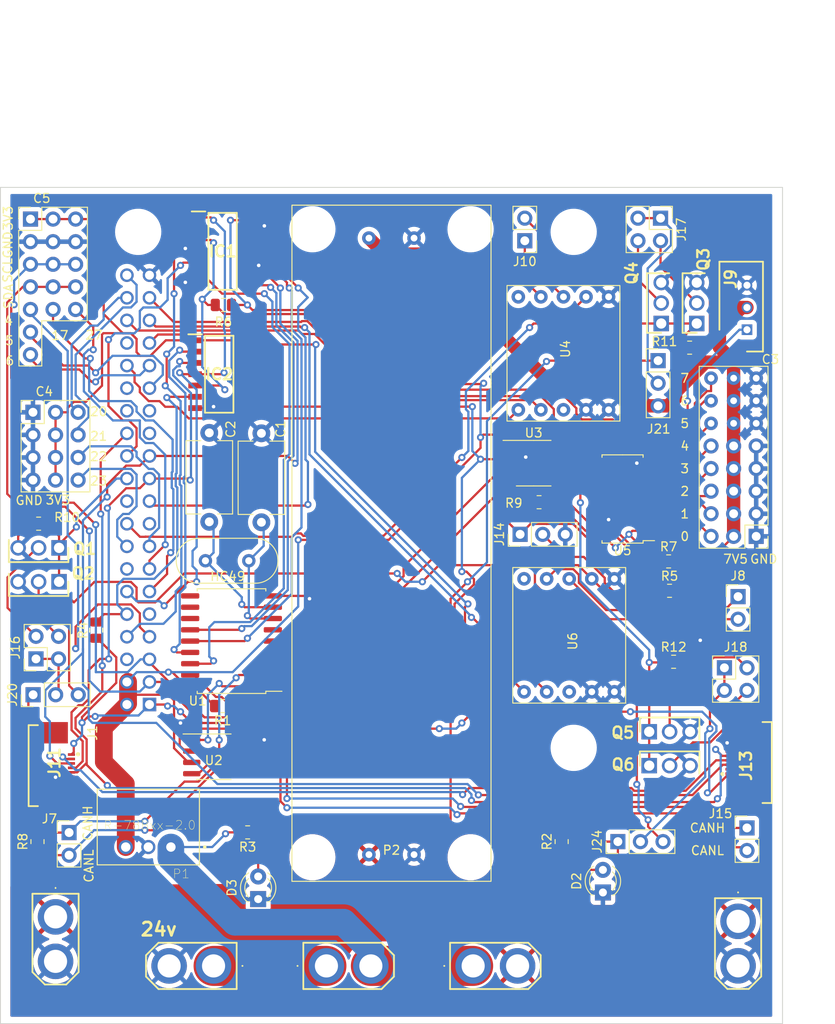
<source format=kicad_pcb>
(kicad_pcb (version 20211014) (generator pcbnew)
  (layers (0 "F.Cu" signal) (31 "B.Cu" signal) (34 "B.Paste" user) (35 "F.Paste" user) (36 "B.SilkS" user "B.Silkscreen") (37 "F.SilkS" user "F.Silkscreen") (38 "B.Mask" user) (39 "F.Mask" user) (44 "Edge.Cuts" user))
  (net 0 "")
  (net 1 "Net-(C1-Pad2)")
  (net 2 "+5V")
  (net 4 "Net-(C3-Pad3)")
  (net 6 "/SPI1_CS0")
  (net 7 "/SPI1_CS1")
  (net 8 "/UART_TX")
  (net 9 "/GPIO 17")
  (net 11 "Net-(C3-Pad6)")
  (net 13 "/GPIO 24")
  (net 14 "Net-(C3-Pad9)")
  (net 16 "Net-(C3-Pad12)")
  (net 17 "/GPIO 25")
  (net 18 "Net-(C3-Pad15)")
  (net 19 "Net-(C3-Pad18)")
  (net 21 "Net-(C3-Pad21)")
  (net 23 "Net-(C3-Pad24)")
  (net 25 "/GPIO 20")
  (net 26 "/GPIO 21")
  (net 27 "/GPIO 13")
  (net 29 "Net-(C2-Pad2)")
  (net 30 "/GPIO 19")
  (net 31 "GND")
  (net 32 "/SPI1 MOSI")
  (net 33 "+24V")
  (net 38 "Net-(D2-Pad2)")
  (net 39 "Net-(D3-Pad2)")
  (net 40 "/SPI1 CLK")
  (net 41 "/SPI1 MISO")
  (net 42 "+3.3V")
  (net 44 "/GPIO 27")
  (net 45 "/Servo DIR")
  (net 46 "Net-(R1-Pad1)")
  (net 50 "Net-(U1-Pad1)")
  (net 51 "Net-(U1-Pad2)")
  (net 53 "/GPIO 22")
  (net 54 "/GPIO 23")
  (net 55 "/GPIO 4")
  (net 56 "/UART_HalfDuplex")
  (net 57 "/GPIO 5")
  (net 58 "/GPIO 6")
  (net 59 "/GPIO 12")
  (net 60 "/GPIO 26")
  (net 61 "/GPIO 16")
  (net 62 "Net-(J2-Pad2)")
  (net 63 "/A0")
  (net 64 "Net-(J15-Pad1)")
  (net 65 "Net-(J15-Pad2)")
  (net 74 "/I2C SDA")
  (net 75 "/I2C SCL")
  (net 76 "Net-(R5-Pad1)")
  (net 79 "/SPI1 CLK_5")
  (net 80 "/SPI1 MOSI_5")
  (net 81 "/SPI1_CS0_5")
  (net 82 "/SPI1 MISO_5")
  (net 83 "/UART_RX")
  (net 88 "+7.5V")
  (net 89 "Net-(J10-Pad1)")
  (net 90 "Net-(J10-Pad2)")
  (net 91 "Net-(J2-Pad1)")
  (net 92 "Net-(J11-Pad2)")
  (net 94 "Net-(J8-Pad1)")
  (net 95 "Net-(J8-Pad2)")
  (net 96 "Net-(J20-Pad2)")
  (net 99 "Net-(J16-Pad2)")
  (net 100 "Net-(J16-Pad4)")
  (net 101 "Net-(J21-Pad2)")
  (net 102 "Net-(J17-Pad2)")
  (net 103 "Net-(J17-Pad4)")
  (net 104 "Net-(J24-Pad2)")
  (net 105 "Net-(J18-Pad2)")
  (net 106 "Net-(J18-Pad4)")
  (net 107 "Net-(R7-Pad1)")
  (net 108 "Net-(R9-Pad1)")
  (footprint "Crystal:Crystal_HC49-4H_Vertical" (layer "F.Cu") (at 93.0656 97.9678)
    (fp_text reference "HC49")
    (fp_text value "Crystal")
  )
  (footprint "MiAM:XT30UM" (layer "F.Cu") (at 123.19 143.51)
    (fp_text reference "J4" hide)
    (fp_text value "Conn_01x02_Male" hide)
  )
  (footprint "MiAM:Pin_Header_Straight_3x05_Pitch2.54mm" (layer "F.Cu") (at 73.3806 59.563)
    (fp_text reference "C5")
    (fp_text value "Conn_03x05")
  )
  (footprint "MiAM:MODULE_RASPBERRY_PI_B+" (layer "F.Cu") (at 110 80 90)
    (fp_text reference "J1")
    (fp_text value "PI40HAT")
  )
  (footprint "MiAM:TO230P250X650X900-3P" (layer "F.Cu") (at 144.35 71.3 90)
    (fp_text reference "Q4")
    (fp_text value "2SK4017_Q_" hide)
  )
  (footprint "MiAM:SHDR3W60P0X250_1X3_990X490X590P" (layer "F.Cu") (at 154 72 -90)
    (fp_text reference "J9")
    (fp_text value "22-03-5035" hide)
  )
  (footprint "MiAM:XT30UM" (layer "F.Cu") (at 93.98 143.51 180)
    (fp_text reference "J3" hide)
    (fp_text value "Conn_01x02_Male" hide)
  )
  (footprint "MiAM:CONV_R-78Bxx-2.0" (layer "F.Cu") (at 89.1794 130.1496 180)
    (fp_text reference "P1")
    (fp_text value "R-78Bxx-2.0")
  )
  (footprint "Package_SO:TSSOP-28_4.4x9.7mm_P0.65mm" (layer "F.Cu") (at 140 91.025 180)
    (fp_text reference "U5")
    (fp_text value "PCA9685PW")
  )
  (footprint "MiAM:SOIC127P600X175-14N" (layer "F.Cu") (at 95 63.19)
    (fp_text reference "IC1")
    (fp_text value "CD74HCT125M96" hide)
  )
  (footprint "Connector_PinHeader_2.54mm:PinHeader_1x02_P2.54mm_Vertical" (layer "F.Cu") (at 154 128)
    (fp_text reference "J15")
    (fp_text value "Conn_01x02_Male")
  )
  (footprint "MiAM:TO230P250X650X900-3P" (layer "F.Cu") (at 143 117.19)
    (fp_text reference "Q5")
    (fp_text value "2SK4017_Q_" hide)
  )
  (footprint "Connector_PinHeader_2.54mm:PinHeader_1x03_P2.54mm_Vertical" (layer "F.Cu") (at 139.475 129.54 90)
    (fp_text reference "J24")
    (fp_text value "Conn_01x03_Male")
  )
  (footprint "MiAM:Pin_Header_Straight_3x04_Pitch2.54mm" (layer "F.Cu") (at 73.66 81.28)
    (fp_text reference "C4")
    (fp_text value "Conn_03x04")
  )
  (footprint "MiAM:PololuMAX14870" (layer "F.Cu") (at 139.7 82.27 90)
    (fp_text reference "U4")
    (fp_text value "Pololu_MAX14870")
  )
  (footprint "Resistor_SMD:R_0805_2012Metric" (layer "F.Cu") (at 95 114.3 180)
    (fp_text reference "R1")
    (fp_text value "10k")
  )
  (footprint "Resistor_SMD:R_0805_2012Metric" (layer "F.Cu") (at 145.288 101.346)
    (fp_text reference "R5")
    (fp_text value "5k")
  )
  (footprint "Connector_PinHeader_2.54mm:PinHeader_2x02_P2.54mm_Vertical" (layer "F.Cu") (at 74 109 90)
    (fp_text reference "J16")
    (fp_text value "Conn_02x02_Odd_Even")
  )
  (footprint "Package_SO:SOIC-8_3.9x4.9mm_P1.27mm" (layer "F.Cu") (at 94 120)
    (fp_text reference "U2")
    (fp_text value "TJA1049T")
  )
  (footprint "Resistor_SMD:R_0805_2012Metric" (layer "F.Cu") (at 97.8154 128.4986 180)
    (fp_text reference "R3")
    (fp_text value "R")
  )
  (footprint "Resistor_SMD:R_0805_2012Metric" (layer "F.Cu") (at 147.5486 74.0156)
    (fp_text reference "R11")
    (fp_text value "10k")
  )
  (footprint "MiAM:StepDown10A" (layer "F.Cu") (at 114 131)
    (fp_text reference "P2")
    (fp_text value "Amazon 10A stepdown")
  )
  (footprint "LED_THT:LED_D3.0mm" (layer "F.Cu") (at 137.79 135.255 90)
    (fp_text reference "D2")
    (fp_text value "LED")
  )
  (footprint "Resistor_SMD:R_0805_2012Metric" (layer "F.Cu") (at 74.295 93.8022 180)
    (fp_text reference "R10")
    (fp_text value "10k")
  )
  (footprint "Connector_PinHeader_2.54mm:PinHeader_1x03_P2.54mm_Vertical" (layer "F.Cu") (at 73.675 113.03 90)
    (fp_text reference "J20")
    (fp_text value "Conn_01x03_Male")
  )
  (footprint "Connector_PinHeader_2.54mm:PinHeader_1x02_P2.54mm_Vertical" (layer "F.Cu") (at 77.724 128.524)
    (fp_text reference "J7")
    (fp_text value "Conn_01x02_Male")
  )
  (footprint "MiAM:XT30UM" (layer "F.Cu") (at 153 138.5 -90)
    (fp_text reference "J6" hide)
    (fp_text value "Conn_01x02_Male" hide)
  )
  (footprint "Capacitor_THT:C_Disc_D8.0mm_W5.0mm_P10.00mm" (layer "F.Cu") (at 93.4974 83.5914 -90)
    (fp_text reference "C2")
    (fp_text value "C")
  )
  (footprint "MiAM:XT30UM" (layer "F.Cu") (at 106.68 143.51)
    (fp_text reference "J2" hide)
    (fp_text value "Conn_01x02_Male" hide)
  )
  (footprint "MiAM:TO230P250X650X900-3P" (layer "F.Cu") (at 76.595 96.52 180)
    (fp_text reference "Q1")
    (fp_text value "2SK4017_Q_" hide)
  )
  (footprint "MiAM:XT30UM" (layer "F.Cu") (at 76.2 138 -90)
    (fp_text reference "J5" hide)
    (fp_text value "Conn_01x02_Male" hide)
  )
  (footprint "MiAM:TO230P250X650X900-3P" (layer "F.Cu") (at 76.595 100.33 180)
    (fp_text reference "Q2")
    (fp_text value "2SK4017_Q_" hide)
  )
  (footprint "Resistor_SMD:R_0805_2012Metric" (layer "F.Cu") (at 130.6068 91.3892)
    (fp_text reference "R9")
    (fp_text value "200k")
  )
  (footprint "MiAM:TO230P250X650X900-3P" (layer "F.Cu") (at 143 121)
    (fp_text reference "Q6")
    (fp_text value "2SK4017_Q_" hide)
  )
  (footprint "Connector_PinHeader_2.54mm:PinHeader_1x03_P2.54mm_Vertical" (layer "F.Cu") (at 128.475 95 90)
    (fp_text reference "J14")
    (fp_text value "Conn_01x03_Male")
  )
  (footprint "Connector_PinHeader_2.54mm:PinHeader_1x02_P2.54mm_Vertical" (layer "F.Cu") (at 129 62 180)
    (fp_text reference "J10")
    (fp_text value "Conn_01x02_Male")
  )
  (footprint "MiAM:52746-0671" (layer "F.Cu") (at 77.47 121 -90)
    (fp_text reference "J11")
    (fp_text value "MagneticEncoder" hide)
  )
  (footprint "MiAM:SOIC127P600X175-14N" (layer "F.Cu") (at 94.615 77)
    (fp_text reference "IC2")
    (fp_text value "SN74LVC126ADR" hide)
  )
  (footprint "Connector_PinHeader_2.54mm:PinHeader_1x02_P2.54mm_Vertical" (layer "F.Cu") (at 153 102)
    (fp_text reference "J8")
    (fp_text value "Conn_01x02_Male")
  )
  (footprint "Connector_PinHeader_2.54mm:PinHeader_1x03_P2.54mm_Vertical" (layer "F.Cu") (at 144 75.475)
    (fp_text reference "J21")
    (fp_text value "Conn_01x03_Male")
  )
  (footprint "Connector_PinHeader_2.54mm:PinHeader_2x02_P2.54mm_Vertical" (layer "F.Cu") (at 151.46 110)
    (fp_text reference "J18")
    (fp_text value "Conn_02x02_Odd_Even")
  )
  (footprint "Connector_PinHeader_2.54mm:PinHeader_2x02_P2.54mm_Vertical" (layer "F.Cu") (at 144.275 59.46 -90)
    (fp_text reference "J17")
    (fp_text value "Conn_02x02_Odd_Even")
  )
  (footprint "Resistor_SMD:R_0805_2012Metric" (layer "F.Cu") (at 74.168 129.54 90)
    (fp_text reference "R8")
    (fp_text value "120")
  )
  (footprint "Resistor_SMD:R_0805_2012Metric" (layer "F.Cu") (at 145.1845 98.044)
    (fp_text reference "R7")
    (fp_text value "5k")
  )
  (footprint "MiAM:52746-0671" (layer "F.Cu") (at 152.4945 120.65 90)
    (fp_text reference "J13")
    (fp_text value "MagneticEncoder" hide)
  )
  (footprint "Resistor_SMD:R_0805_2012Metric" (layer "F.Cu") (at 80.772 105.7675 -90)
    (fp_text reference "R4")
    (fp_text value "10k")
  )
  (footprint "Package_SO:SOIC-18W_7.5x11.6mm_P1.27mm" (layer "F.Cu") (at 96 107 180)
    (fp_text reference "U1")
    (fp_text value "MCP2515-xSO")
  )
  (footprint "Resistor_SMD:R_0805_2012Metric" (layer "F.Cu") (at 95.0875 69.215)
    (fp_text reference "R6")
    (fp_text value "10k")
  )
  (footprint "MiAM:TO230P250X650X900-3P" (layer "F.Cu") (at 148.35 71.3 90)
    (fp_text reference "Q3")
    (fp_text value "2SK4017_Q_" hide)
  )
  (footprint "Resistor_SMD:R_0805_2012Metric" (layer "F.Cu") (at 145.7452 109.3216)
    (fp_text reference "R12")
    (fp_text value "10k")
  )
  (footprint "Package_SO:SO-8_3.9x4.9mm_P1.27mm" (layer "F.Cu") (at 130 87)
    (fp_text reference "U3")
    (fp_text value "PCA9306D")
  )
  (footprint "MiAM:PololuMAX14870" (layer "F.Cu") (at 140.35 113.97 90)
    (fp_text reference "U6")
    (fp_text value "Pololu_MAX14870")
  )
  (footprint "LED_THT:LED_D3.0mm" (layer "F.Cu") (at 99 136 90)
    (fp_text reference "D3")
    (fp_text value "LED")
  )
  (footprint "Resistor_SMD:R_0805_2012Metric" (layer "F.Cu") (at 133.1468 129.5381 90)
    (fp_text reference "R2")
    (fp_text value "R")
  )
  (footprint "Capacitor_THT:C_Disc_D8.0mm_W5.0mm_P10.00mm" (layer "F.Cu") (at 99.3648 83.6422 -90)
    (fp_text reference "C1")
    (fp_text value "C")
  )
  (footprint "MiAM:Pin_Header_Straight_3x08_Pitch2.54mm" (layer "F.Cu") (at 155.0375 95.225 180)
    (fp_text reference "C3")
    (fp_text value "Conn_03x08")
  )
  (gr_rect (start 70 150) (end 158 56) (layer "Edge.Cuts") (width 0.1) (fill none))
  (gr_text "6" (at 70.485 75.4888) (layer "F.SilkS") (effects (font (size 1 1)) (justify left)))
  (gr_text "7V5" (at 152.715 97.78) (layer "F.SilkS") (effects (font (size 1 1))))
  (gr_text "4" (at 70.358 71.0184) (layer "F.SilkS") (effects (font (size 1 1)) (justify left)))
  (gr_text "3V3" (at 76.4794 91.1352) (layer "F.SilkS") (effects (font (size 1 1))))
  (gr_text "CANL" (at 79.9592 134.239 90) (layer "F.SilkS") (effects (font (size 1 1)) (justify left)))
  (gr_text "27" (at 79.4766 72.5932) (layer "F.SilkS") (effects (font (size 1 1)) (justify left)))
  (gr_text "3V3" (at 70.866 60.9346 90) (layer "F.SilkS") (effects (font (size 1 1)) (justify left)))
  (gr_text "6" (at 147 80) (layer "F.SilkS") (effects (font (size 1 1))))
  (gr_text "5" (at 147 82.54) (layer "F.SilkS") (effects (font (size 1 1))))
  (gr_text "4" (at 147 85.08) (layer "F.SilkS") (effects (font (size 1 1))))
  (gr_text "17" (at 75.6412 72.644) (layer "F.SilkS") (effects (font (size 1 1)) (justify left)))
  (gr_text "SCL" (at 70.8152 66.802 90) (layer "F.SilkS") (effects (font (size 1 1)) (justify left)))
  (gr_text "23" (at 81.0514 89.0016) (layer "F.SilkS") (effects (font (size 1 1))))
  (gr_text "CANL" (at 149.555 130.545) (layer "F.SilkS") (effects (font (size 1 1))))
  (gr_text "24v" (at 87.8078 139.3952) (layer "F.SilkS") (effects (font (size 1.5 1.5) (thickness 0.3))))
  (gr_text "SDA" (at 70.9168 69.7738 90) (layer "F.SilkS") (effects (font (size 1 1)) (justify left)))
  (gr_text "20" (at 81.0514 81.2038) (layer "F.SilkS") (effects (font (size 1 1))))
  (gr_text "21" (at 81.0514 83.9724) (layer "F.SilkS") (effects (font (size 1 1))))
  (gr_text "1" (at 147 92.7) (layer "F.SilkS") (effects (font (size 1 1))))
  (gr_text "5" (at 70.4342 73.2282) (layer "F.SilkS") (effects (font (size 1 1)) (justify left)))
  (gr_text "22" (at 81.0514 86.2584) (layer "F.SilkS") (effects (font (size 1 1))))
  (gr_text "3" (at 147 87.62) (layer "F.SilkS") (effects (font (size 1 1))))
  (gr_text "GND" (at 73.2282 91.186) (layer "F.SilkS") (effects (font (size 1 1))))
  (gr_text "2" (at 147 90.16) (layer "F.SilkS") (effects (font (size 1 1))))
  (gr_text "0" (at 147 95.24) (layer "F.SilkS") (effects (font (size 1 1))))
  (gr_text "GND" (at 155.89 97.78) (layer "F.SilkS") (effects (font (size 1 1))))
  (gr_text "CANH" (at 79.8322 129.54 90) (layer "F.SilkS") (effects (font (size 1 1)) (justify left)))
  (gr_text "GND" (at 70.8406 64.0842 90) (layer "F.SilkS") (effects (font (size 1 1)) (justify left)))
  (gr_text "7" (at 147 77.46) (layer "F.SilkS") (effects (font (size 1 1))))
  (gr_text "CANH" (at 149.555 128.005) (layer "F.SilkS") (effects (font (size 1 1))))
  (segment (start 98.11 104.46) (end 100.65 104.46) (width 0.25) (layer "F.Cu") (net 1))
  (segment (start 97.79 104.14) (end 98.11 104.46) (width 0.25) (layer "F.Cu") (net 1))
  (via (at 97.79 104.14) (size 0.8) (drill 0.4) (layers "F.Cu" "B.Cu") (net 1))
  (segment (start 99.6188 96.2946) (end 99.6188 93.5914) (width 0.25) (layer "B.Cu") (net 1))
  (segment (start 97.9456 97.9678) (end 99.6188 96.2946) (width 0.25) (layer "B.Cu") (net 1))
  (segment (start 97.9456 103.9844) (end 97.9456 97.9678) (width 0.25) (layer "B.Cu") (net 1))
  (segment (start 97.79 104.14) (end 97.9456 103.9844) (width 0.25) (layer "B.Cu") (net 1))
  (segment (start 131.5193 93.7735) (end 131.4678 93.825) (width 0.25) (layer "F.Cu") (net 2))
  (segment (start 127.0762 90.043) (end 127.254 89.8652) (width 0.25) (layer "F.Cu") (net 2))
  (segment (start 128.346751 89.53) (end 129.831011 88.04574) (width 0.25) (layer "F.Cu") (net 2))
  (segment (start 112.878993 78.105) (end 124.281 78.105) (width 0.25) (layer "F.Cu") (net 2))
  (segment (start 129.65 93.825) (end 131.4678 93.825) (width 0.25) (layer "F.Cu") (net 2))
  (segment (start 140.716 94.996) (end 141.112 94.6) (width 0.25) (layer "F.Cu") (net 2))
  (segment (start 137.1375 95.25) (end 135.851979 95.25) (width 0.25) (layer "F.Cu") (net 2))
  (segment (start 124.281 78.105) (end 124.3705 78.0155) (width 0.25) (layer "F.Cu") (net 2))
  (segment (start 127.254 89.8652) (end 127.254 89.712396) (width 0.25) (layer "F.Cu") (net 2))
  (segment (start 96 69.215) (end 97.79 69.215) (width 0.25) (layer "F.Cu") (net 2))
  (segment (start 84.3576 114.028042) (end 84.3576 111.59) (width 2) (layer "F.Cu") (net 2))
  (segment (start 141.495 95.775) (end 143.828 95.775) (width 0.25) (layer "F.Cu") (net 2))
  (segment (start 104.563993 69.79) (end 112.878993 78.105) (width 0.25) (layer "F.Cu") (net 2))
  (segment (start 127.0762 93.6012) (end 127.0762 90.043) (width 0.25) (layer "F.Cu") (net 2))
  (segment (start 85.33 113.03) (end 84.23 114.13) (width 0.25) (layer "F.Cu") (net 2))
  (segment (start 127.254 89.712396) (end 127.436396 89.53) (width 0.25) (layer "F.Cu") (net 2))
  (segment (start 96.9645 59.69) (end 95.885 59.69) (width 0.25) (layer "F.Cu") (net 2))
  (segment (start 124.325099 83.7946) (end 124.020299 84.0994) (width 0.25) (layer "F.Cu") (net 2))
  (segment (start 84.23 114.13) (end 84.23 111.59) (width 0.25) (layer "F.Cu") (net 2))
  (segment (start 89.535 113.666396) (end 88.898604 113.03) (width 0.25) (layer "F.Cu") (net 2))
  (segment (start 131.5193 91.3892) (end 131.5193 93.7735) (width 0.25) (layer "F.Cu") (net 2))
  (segment (start 91.135 120.635) (end 89.535 119.035) (width 0.25) (layer "F.Cu") (net 2))
  (segment (start 137.1375 95.25) (end 137.922 95.25) (width 0.25) (layer "F.Cu") (net 2))
  (segment (start 103.505 95.6215) (end 113.683098 95.6215) (width 0.25) (layer "F.Cu") (net 2))
  (segment (start 90.923249 112.08) (end 89.333249 110.49) (width 0.25) (layer "F.Cu") (net 2))
  (segment (start 84.0994 130.1496) (end 84.0994 123.0376) (width 2) (layer "F.Cu") (net 2))
  (segment (start 84.0994 123.0376) (end 81.6356 120.5738) (width 2) (layer "F.Cu") (net 2))
  (segment (start 143.828 95.775) (end 146.097 98.044) (width 0.25) (layer "F.Cu") (net 2))
  (segment (start 134.426979 93.825) (end 131.4678 93.825) (width 0.25) (layer "F.Cu") (net 2))
  (segment (start 141.112 94.6) (end 142.8625 94.6) (width 0.25) (layer "F.Cu") (net 2))
  (segment (start 81.6356 120.5738) (end 81.6356 116.750042) (width 2) (layer "F.Cu") (net 2))
  (segment (start 127.671351 83.7946) (end 124.325099 83.7946) (width 0.25) (layer "F.Cu") (net 2))
  (segment (start 98.365 69.79) (end 104.563993 69.79) (width 0.25) (layer "F.Cu") (net 2))
  (segment (start 135.851979 95.25) (end 134.426979 93.825) (width 0.25) (layer "F.Cu") (net 2))
  (segment (start 97.2745 59.38) (end 96.9645 59.69) (width 0.25) (layer "F.Cu") (net 2))
  (segment (start 129.831011 85.95426) (end 127.671351 83.7946) (width 0.25) (layer "F.Cu") (net 2))
  (segment (start 124.020299 85.284299) (end 124.020299 84.0994) (width 0.25) (layer "F.Cu") (net 2))
  (segment (start 89.333249 110.49) (end 88.9 110.49) (width 0.25) (layer "F.Cu") (net 2))
  (segment (start 146.097 98.044) (end 146.097 101.2425) (width 0.25) (layer "F.Cu") (net 2))
  (segment (start 89.535 119.035) (end 89.535 113.666396) (width 0.25) (layer "F.Cu") (net 2))
  (segment (start 137.922 95.25) (end 139.192 96.52) (width 0.25) (layer "F.Cu") (net 2))
  (segment (start 88.898604 113.03) (end 85.33 113.03) (width 0.25) (layer "F.Cu") (net 2))
  (segment (start 81.6356 116.750042) (end 84.3576 114.028042) (width 2) (layer "F.Cu") (net 2))
  (segment (start 128.475 95) (end 127.0762 93.6012) (width 0.25) (layer "F.Cu") (net 2))
  (segment (start 127.436396 89.53) (end 128.346751 89.53) (width 0.25) (layer "F.Cu") (net 2))
  (segment (start 129.65 93.825) (end 128.475 95) (width 0.25) (layer "F.Cu") (net 2))
  (segment (start 113.683098 95.6215) (end 124.020299 85.284299) (width 0.25) (layer "F.Cu") (net 2))
  (segment (start 129.831011 88.04574) (end 129.831011 85.95426) (width 0.25) (layer "F.Cu") (net 2))
  (segment (start 97.79 69.215) (end 98.365 69.79) (width 0.25) (layer "F.Cu") (net 2))
  (segment (start 91.8675 112.08) (end 94.0875 114.3) (width 0.25) (layer "F.Cu") (net 2))
  (segment (start 140.716 94.996) (end 141.495 95.775) (width 0.25) (layer "F.Cu") (net 2))
  (via (at 139.192 96.52) (size 0.8) (drill 0.4) (layers "F.Cu" "B.Cu") (net 2))
  (via (at 97.79 69.215) (size 0.8) (drill 0.4) (layers "F.Cu" "B.Cu") (net 2))
  (via (at 140.716 94.996) (size 0.8) (drill 0.4) (layers "F.Cu" "B.Cu") (net 2))
  (via (at 103.505 95.6215) (size 0.8) (drill 0.4) (layers "F.Cu" "B.Cu") (net 2))
  (via (at 124.3705 78.0155) (size 0.8) (drill 0.4) (layers "F.Cu" "B.Cu") (net 2))
  (via (at 88.9 110.49) (size 0.8) (drill 0.4) (layers "F.Cu" "B.Cu") (net 2))
  (via (at 124.020299 84.0994) (size 0.8) (drill 0.4) (layers "F.Cu" "B.Cu") (net 2))
  (via (at 95.885 59.69) (size 0.8) (drill 0.4) (layers "F.Cu" "B.Cu") (net 2))
  (segment (start 85.33 110.49) (end 84.23 111.59) (width 0.25) (layer "B.Cu") (net 2))
  (segment (start 95.885 67.31) (end 97.79 69.215) (width 0.25) (layer "B.Cu") (net 2))
  (segment (start 88.9 110.49) (end 85.33 110.49) (width 0.25) (layer "B.Cu") (net 2))
  (segment (start 124.020299 84.0994) (end 124.020299 78.365701) (width 0.25) (layer "B.Cu") (net 2))
  (segment (start 124.020299 78.365701) (end 124.3705 78.0155) (width 0.25) (layer "B.Cu") (net 2))
  (segment (start 103.505 103.114695) (end 103.505 95.6215) (width 0.25) (layer "B.Cu") (net 2))
  (segment (start 88.9 110.49) (end 96.129695 110.49) (width 0.25) (layer "B.Cu") (net 2))
  (segment (start 139.192 96.52) (end 140.716 94.996) (width 0.25) (layer "B.Cu") (net 2))
  (segment (start 95.885 59.69) (end 95.885 67.31) (width 0.25) (layer "B.Cu") (net 2))
  (segment (start 96.129695 110.49) (end 103.505 103.114695) (width 0.25) (layer "B.Cu") (net 2))
  (segment (start 146.7325 92) (end 149.9575 95.225) (width 0.25) (layer "F.Cu") (net 4))
  (segment (start 142.8625 92) (end 146.7325 92) (width 0.25) (layer "F.Cu") (net 4))
  (segment (start 84.455 82.197) (end 83.779749 82.197) (width 0.25) (layer "F.Cu") (net 6))
  (segment (start 92.288 64.46) (end 90.5695 64.46) (width 0.25) (layer "F.Cu") (net 6))
  (segment (start 85.317 83.059) (end 84.455 82.197) (width 0.25) (layer "F.Cu") (net 6))
  (segment (start 82.156179 80.57343) (end 82.156179 73.1145) (width 0.25) (layer "F.Cu") (net 6))
  (segment (start 84.23 86.19) (end 85.317 85.103) (width 0.25) (layer "F.Cu") (net 6))
  (segment (start 85.317 85.103) (end 85.317 83.059) (width 0.25) (layer "F.Cu") (net 6))
  (segment (start 83.779749 82.197) (end 82.156179 80.57343) (width 0.25) (layer "F.Cu") (net 6))
  (segment (start 90.5695 64.46) (end 90.2595 64.77) (width 0.25) (layer "F.Cu") (net 6))
  (via (at 82.156179 73.1145) (size 0.8) (drill 0.4) (layers "F.Cu" "B.Cu") (net 6))
  (via (at 90.2595 64.77) (size 0.8) (drill 0.4) (layers "F.Cu" "B.Cu") (net 6))
  (segment (start 87.965255 69.497) (end 88.8105 68.651755) (width 0.25) (layer "B.Cu") (net 6))
  (segment (start 88.8105 66.219) (end 90.2595 64.77) (width 0.25) (layer "B.Cu") (net 6))
  (segment (start 85.683 69.892) (end 86.078 69.497) (width 0.25) (layer "B.Cu") (net 6))
  (segment (start 86.078 69.497) (end 87.965255 69.497) (width 0.25) (layer "B.Cu") (net 6))
  (segment (start 82.156179 73.1145) (end 82.867679 72.403) (width 0.25) (layer "B.Cu") (net 6))
  (segment (start 88.8105 68.651755) (end 88.8105 66.219) (width 0.25) (layer "B.Cu") (net 6))
  (segment (start 85.077001 72.403) (end 85.683 71.797001) (width 0.25) (layer "B.Cu") (net 6))
  (segment (start 82.867679 72.403) (end 85.077001 72.403) (width 0.25) (layer "B.Cu") (net 6))
  (segment (start 85.683 71.797001) (end 85.683 69.892) (width 0.25) (layer "B.Cu") (net 6))
  (segment (start 79.7 120.900236) (end 79.7 120.69) (width 0.25) (layer "F.Cu") (net 7))
  (segment (start 78.64 121.75) (end 79.7 120.69) (width 0.25) (layer "F.Cu") (net 7))
  (segment (start 78.4529 115.630197) (end 81.4595 112.623597) (width 0.25) (layer "F.Cu") (net 7))
  (segment (start 78.4529 116.8) (end 78.4529 115.630197) (width 0.25) (layer "F.Cu") (net 7))
  (segment (start 81.28 86.6) (end 84.23 83.65) (width 0.25) (layer "F.Cu") (net 7))
  (segment (start 150.4757 119.1768) (end 151.1989 119.9) (width 0.25) (layer "F.Cu") (net 7))
  (segment (start 82.024882 123.225118) (end 79.7 120.900236) (width 0.25) (layer "F.Cu") (net 7))
  (segment (start 81.4595 112.623597) (end 81.4595 109.7655) (width 0.25) (layer "F.Cu") (net 7))
  (segment (start 123 124.916) (end 123.179 125.095) (width 0.25) (layer "F.Cu") (net 7))
  (segment (start 150.2918 125.095) (end 150.6728 124.714) (width 0.25) (layer "F.Cu") (net 7))
  (segment (start 77.99 121.75) (end 78.64 121.75) (width 0.25) (layer "F.Cu") (net 7))
  (segment (start 81.28 92.71) (end 81.28 86.6) (width 0.25) (layer "F.Cu") (net 7))
  (segment (start 79.7 118.0471) (end 78.4529 116.8) (width 0.25) (layer "F.Cu") (net 7))
  (segment (start 79.7 120.69) (end 79.7 118.0471) (width 0.25) (layer "F.Cu") (net 7))
  (segment (start 151.1989 119.9) (end 151.9745 119.9) (width 0.25) (layer "F.Cu") (net 7))
  (segment (start 123.179 125.095) (end 150.2918 125.095) (width 0.25) (layer "F.Cu") (net 7))
  (via (at 81.28 92.71) (size 0.8) (drill 0.4) (layers "F.Cu" "B.Cu") (net 7))
  (via (at 82.024882 123.225118) (size 0.8) (drill 0.4) (layers "F.Cu" "B.Cu") (net 7))
  (via (at 123 124.916) (size 0.8) (drill 0.4) (layers "F.Cu" "B.Cu") (net 7))
  (via (at 81.4595 109.7655) (size 0.8) (drill 0.4) (layers "F.Cu" "B.Cu") (net 7))
  (via (at 150.4757 119.1768) (size 0.8) (drill 0.4) (layers "F.Cu" "B.Cu") (net 7))
  (via (at 150.6728 124.714) (size 0.8) (drill 0.4) (layers "F.Cu" "B.Cu") (net 7))
  (segment (start 81.4595 92.8895) (end 81.28 92.71) (width 0.25) (layer "B.Cu") (net 7))
  (segment (start 123 124.224695) (end 122.295305 123.52) (width 0.25) (layer "B.Cu") (net 7))
  (segment (start 151.044508 124.342292) (end 150.6728 124.714) (width 0.25) (layer "B.Cu") (net 7))
  (segment (start 150.4757 119.1768) (end 151.044508 119.745608) (width 0.25) (layer "B.Cu") (net 7))
  (segment (start 81.4595 109.7655) (end 81.4595 92.8895) (width 0.25) (layer "B.Cu") (net 7))
  (segment (start 151.044508 119.745608) (end 151.044508 124.342292) (width 0.25) (layer "B.Cu") (net 7))
  (segment (start 82.319764 123.52) (end 82.024882 123.225118) (width 0.25) (layer "B.Cu") (net 7))
  (segment (start 82.319764 123.52) (end 122.295305 123.52) (width 0.25) (layer "B.Cu") (net 7))
  (segment (start 123 124.916) (end 123 124.224695) (width 0.25) (layer "B.Cu") (net 7))
  (segment (start 88.7052 77.9102) (end 88.7052 78.2998) (width 0.25) (layer "F.Cu") (net 8))
  (segment (start 88.7052 78.1401) (end 88.5455 78.2998) (width 0.25) (layer "F.Cu") (net 8))
  (segment (start 88.7052 77.9102) (end 88.7052 78.1401) (width 0.25) (layer "F.Cu") (net 8))
  (segment (start 89.535 62.9655) (end 89.535 67.945) (width 0.25) (layer "F.Cu") (net 8))
  (segment (start 88.7052 74.7352) (end 88.7052 77.9102) (width 0.25) (layer "F.Cu") (net 8))
  (segment (start 91.8505 60.65) (end 89.535 62.9655) (width 0.25) (layer "F.Cu") (net 8))
  (via (at 89.535 67.945) (size 0.8) (drill 0.4) (layers "F.Cu" "B.Cu") (net 8))
  (via (at 88.5455 78.2998) (size 0.8) (drill 0.4) (layers "F.Cu" "B.Cu") (net 8))
  (via (at 88.7052 74.7352) (size 0.8) (drill 0.4) (layers "F.Cu" "B.Cu") (net 8))
  (segment (start 84.23 106.51) (end 85.683 105.057) (width 0.25) (layer "B.Cu") (net 8))
  (segment (start 90.355 100.778604) (end 90.355 89.566201) (width 0.25) (layer "B.Cu") (net 8))
  (segment (start 89.72 101.413604) (end 90.355 100.778604) (width 0.25) (layer "B.Cu") (net 8))
  (segment (start 89.72 103.6756) (end 89.72 101.413604) (width 0.25) (layer "B.Cu") (net 8))
  (segment (start 90.2716 88.317199) (end 90.2716 80.0259) (width 0.25) (layer "B.Cu") (net 8))
  (segment (start 89.535 73.9054) (end 88.7052 74.7352) (width 0.25) (layer "B.Cu") (net 8))
  (segment (start 90.355 89.566201) (end 90.1755 89.386701) (width 0.25) (layer "B.Cu") (net 8))
  (segment (start 90.1755 88.413299) (end 90.2716 88.317199) (width 0.25) (layer "B.Cu") (net 8))
  (segment (start 88.3386 105.057) (end 89.72 103.6756) (width 0.25) (layer "B.Cu") (net 8))
  (segment (start 85.683 105.057) (end 88.3386 105.057) (width 0.25) (layer "B.Cu") (net 8))
  (segment (start 89.535 67.945) (end 89.535 73.9054) (width 0.25) (layer "B.Cu") (net 8))
  (segment (start 90.2716 80.0259) (end 88.5455 78.2998) (width 0.25) (layer "B.Cu") (net 8))
  (segment (start 90.1755 89.386701) (end 90.1755 88.413299) (width 0.25) (layer "B.Cu") (net 8))
  (segment (start 80.108365 75.221932) (end 79.514532 75.221932) (width 0.25) (layer "F.Cu") (net 9))
  (segment (start 88.7476 97.4598) (end 88.7476 99.4524) (width 0.25) (layer "F.Cu") (net 9))
  (segment (start 79.514532 75.221932) (end 75.9206 71.628) (width 0.25) (layer "F.Cu") (net 9))
  (segment (start 89.154 97.0534) (end 88.7476 97.4598) (width 0.25) (layer "F.Cu") (net 9))
  (segment (start 88.7476 99.4524) (end 86.77 101.43) (width 0.25) (layer "F.Cu") (net 9))
  (segment (start 75.9206 71.628) (end 75.9206 69.723) (width 0.25) (layer "F.Cu") (net 9))
  (via (at 89.154 97.0534) (size 0.8) (drill 0.4) (layers "F.Cu" "B.Cu") (net 9))
  (via (at 80.108365 75.221932) (size 0.8) (drill 0.4) (layers "F.Cu" "B.Cu") (net 9))
  (segment (start 81.1152 80.023) (end 84.680251 80.023) (width 0.25) (layer "B.Cu") (net 9))
  (segment (start 79.982179 75.721895) (end 79.982179 78.889979) (width 0.25) (layer "B.Cu") (net 9))
  (segment (start 87.220251 82.197) (end 89.3716 84.348349) (width 0.25) (layer "B.Cu") (net 9))
  (segment (start 89.3716 84.348349) (end 89.3716 87.944407) (width 0.25) (layer "B.Cu") (net 9))
  (segment (start 80.108365 75.595709) (end 79.982179 75.721895) (width 0.25) (layer "B.Cu") (net 9))
  (segment (start 89.455 96.7524) (end 89.154 97.0534) (width 0.25) (layer "B.Cu") (net 9))
  (segment (start 84.680251 80.023) (end 85.317 80.659749) (width 0.25) (layer "B.Cu") (net 9))
  (segment (start 85.317 81.194251) (end 86.319749 82.197) (width 0.25) (layer "B.Cu") (net 9))
  (segment (start 89.455 89.938993) (end 89.455 96.7524) (width 0.25) (layer "B.Cu") (net 9))
  (segment (start 79.982179 78.889979) (end 81.1152 80.023) (width 0.25) (layer "B.Cu") (net 9))
  (segment (start 89.3716 87.944407) (end 89.2755 88.040507) (width 0.25) (layer "B.Cu") (net 9))
  (segment (start 86.319749 82.197) (end 87.220251 82.197) (width 0.25) (layer "B.Cu") (net 9))
  (segment (start 80.108365 75.221932) (end 80.108365 75.595709) (width 0.25) (layer "B.Cu") (net 9))
  (segment (start 89.2755 88.040507) (end 89.2755 89.759493) (width 0.25) (layer "B.Cu") (net 9))
  (segment (start 89.2755 89.759493) (end 89.455 89.938993) (width 0.25) (layer "B.Cu") (net 9))
  (segment (start 85.317 80.659749) (end 85.317 81.194251) (width 0.25) (layer "B.Cu") (net 9))
  (segment (start 142.8625 91.35) (end 148.6225 91.35) (width 0.25) (layer "F.Cu") (net 11))
  (segment (start 148.6225 91.35) (end 149.9575 92.685) (width 0.25) (layer "F.Cu") (net 11))
  (segment (start 104.080305 95.1715) (end 103.805305 94.8965) (width 0.25) (layer "F.Cu") (net 13))
  (segment (start 87.232651 95.2754) (end 87.220251 95.263) (width 0.25) (layer "F.Cu") (net 13))
  (segment (start 103.204695 94.8965) (end 102.825795 95.2754) (width 0.25) (layer "F.Cu") (net 13))
  (segment (start 86.307349 95.2754) (end 85.6954 95.2754) (width 0.25) (layer "F.Cu") (net 13))
  (segment (start 85.6954 95.2754) (end 84.23 93.81) (width 0.25) (layer "F.Cu") (net 13))
  (segment (start 121.92 86.36) (end 113.1085 95.1715) (width 0.25) (layer "F.Cu") (net 13))
  (segment (start 129.995 71.3) (end 144.35 71.3) (width 0.25) (layer "F.Cu") (net 13))
  (segment (start 129.54 71.755) (end 129.995 71.3) (width 0.25) (layer "F.Cu") (net 13))
  (segment (start 103.805305 94.8965) (end 103.204695 94.8965) (width 0.25) (layer "F.Cu") (net 13))
  (segment (start 86.319749 95.263) (end 86.307349 95.2754) (width 0.25) (layer "F.Cu") (net 13))
  (segment (start 113.1085 95.1715) (end 104.080305 95.1715) (width 0.25) (layer "F.Cu") (net 13))
  (segment (start 146.4583 73.1917) (end 148.35 71.3) (width 0.25) (layer "F.Cu") (net 13))
  (segment (start 102.825795 95.2754) (end 87.232651 95.2754) (width 0.25) (layer "F.Cu") (net 13))
  (segment (start 87.220251 95.263) (end 86.319749 95.263) (width 0.25) (layer "F.Cu") (net 13))
  (segment (start 146.4583 74.0156) (end 146.4583 73.1917) (width 0.25) (layer "F.Cu") (net 13))
  (segment (start 144.35 71.3) (end 148.35 71.3) (width 0.25) (layer "F.Cu") (net 13))
  (via (at 129.54 71.755) (size 0.8) (drill 0.4) (layers "F.Cu" "B.Cu") (net 13))
  (via (at 121.92 86.36) (size 0.8) (drill 0.4) (layers "F.Cu" "B.Cu") (net 13))
  (segment (start 122.6505 85.6295) (end 122.6505 81.220305) (width 0.25) (layer "B.Cu") (net 13))
  (segment (start 121.92 86.36) (end 122.6505 85.6295) (width 0.25) (layer "B.Cu") (net 13))
  (segment (start 122.3755 80.945305) (end 122.3755 78.9195) (width 0.25) (layer "B.Cu") (net 13))
  (segment (start 122.6505 81.220305) (end 122.3755 80.945305) (width 0.25) (layer "B.Cu") (net 13))
  (segment (start 122.3755 78.9195) (end 129.54 71.755) (width 0.25) (layer "B.Cu") (net 13))
  (segment (start 142.8625 90.7) (end 149.4025 90.7) (width 0.25) (layer "F.Cu") (net 14))
  (segment (start 149.4025 90.7) (end 149.9575 90.145) (width 0.25) (layer "F.Cu") (net 14))
  (segment (start 142.8625 90.05) (end 147.5125 90.05) (width 0.25) (layer "F.Cu") (net 16))
  (segment (start 147.5125 90.05) (end 149.9575 87.605) (width 0.25) (layer "F.Cu") (net 16))
  (segment (start 78.545201 94.174799) (end 76.595 96.125) (width 0.25) (layer "F.Cu") (net 17))
  (segment (start 76.595 95.1897) (end 76.595 96.52) (width 0.25) (layer "F.Cu") (net 17))
  (segment (start 76.595 96.52) (end 76.595 100.33) (width 0.25) (layer "F.Cu") (net 17))
  (segment (start 75.2075 93.8022) (end 76.595 95.1897) (width 0.25) (layer "F.Cu") (net 17))
  (via (at 78.545201 94.174799) (size 0.8) (drill 0.4) (layers "F.Cu" "B.Cu") (net 17))
  (segment (start 78.545201 93.238994) (end 78.545201 94.174799) (width 0.25) (layer "B.Cu") (net 17))
  (segment (start 84.23 88.73) (end 83.054195 88.73) (width 0.25) (layer "B.Cu") (net 17))
  (segment (start 83.054195 88.73) (end 78.545201 93.238994) (width 0.25) (layer "B.Cu") (net 17))
  (segment (start 142.8625 89.4) (end 145.6225 89.4) (width 0.25) (layer "F.Cu") (net 18))
  (segment (start 145.6225 89.4) (end 149.9575 85.065) (width 0.25) (layer "F.Cu") (net 18))
  (segment (start 143.7325 88.75) (end 149.9575 82.525) (width 0.25) (layer "F.Cu") (net 19))
  (segment (start 142.8625 88.75) (end 143.7325 88.75) (width 0.25) (layer "F.Cu") (net 19))
  (segment (start 149.25 79.985) (end 149.9575 79.985) (width 0.25) (layer "F.Cu") (net 21))
  (segment (start 143.676396 88.1) (end 148.59 83.186396) (width 0.25) (layer "F.Cu") (net 21))
  (segment (start 142.8625 88.1) (end 143.676396 88.1) (width 0.25) (layer "F.Cu") (net 21))
  (segment (start 148.59 80.645) (end 149.25 79.985) (width 0.25) (layer "F.Cu") (net 21))
  (segment (start 148.59 83.186396) (end 148.59 80.645) (width 0.25) (layer "F.Cu") (net 21))
  (segment (start 148.14 80.265249) (end 148.14 83) (width 0.25) (layer "F.Cu") (net 23))
  (segment (start 148.14 83) (end 143.69 87.45) (width 0.25) (layer "F.Cu") (net 23))
  (segment (start 149.9575 78.898) (end 149.507249 78.898) (width 0.25) (layer "F.Cu") (net 23))
  (segment (start 149.9575 77.445) (end 149.9575 78.898) (width 0.25) (layer "F.Cu") (net 23))
  (segment (start 143.69 87.45) (end 142.8625 87.45) (width 0.25) (layer "F.Cu") (net 23))
  (segment (start 149.507249 78.898) (end 148.14 80.265249) (width 0.25) (layer "F.Cu") (net 23))
  (segment (start 83.2788 68.41) (end 84.23 68.41) (width 0.25) (layer "B.Cu") (net 25))
  (segment (start 78.015 80.555) (end 78.015 73.6738) (width 0.25) (layer "B.Cu") (net 25))
  (segment (start 80.928501 71.538) (end 81.6168 70.849701) (width 0.25) (layer "B.Cu") (net 25))
  (segment (start 78.74 81.28) (end 78.015 80.555) (width 0.25) (layer "B.Cu") (net 25))
  (segment (start 81.6168 70.849701) (end 81.6168 70.072) (width 0.25) (layer "B.Cu") (net 25))
  (segment (start 78.015 73.6738) (end 80.1508 71.538) (width 0.25) (layer "B.Cu") (net 25))
  (segment (start 81.6168 70.072) (end 83.2788 68.41) (width 0.25) (layer "B.Cu") (net 25))
  (segment (start 80.1508 71.538) (end 80.928501 71.538) (width 0.25) (layer "B.Cu") (net 25))
  (segment (start 85.317 66.957) (end 84.23 65.87) (width 0.25) (layer "B.Cu") (net 26))
  (segment (start 84.680251 69.497) (end 85.317 68.860251) (width 0.25) (layer "B.Cu") (net 26))
  (segment (start 79.915 80.793299) (end 78.465 79.343299) (width 0.25) (layer "B.Cu") (net 26))
  (segment (start 78.465 79.343299) (end 78.465 74.811749) (width 0.25) (layer "B.Cu") (net 26))
  (segment (start 85.317 68.860251) (end 85.317 66.957) (width 0.25) (layer "B.Cu") (net 26))
  (segment (start 78.3336 83.4136) (end 79.915 81.8322) (width 0.25) (layer "B.Cu") (net 26))
  (segment (start 83.779749 69.497) (end 84.680251 69.497) (width 0.25) (layer "B.Cu") (net 26))
  (segment (start 78.465 74.811749) (end 83.779749 69.497) (width 0.25) (layer "B.Cu") (net 26))
  (segment (start 79.915 81.8322) (end 79.915 80.793299) (width 0.25) (layer "B.Cu") (net 26))
  (segment (start 122.270201 103.154799) (end 122.270201 106.050201) (width 0.25) (layer "F.Cu") (net 27))
  (segment (start 122.270201 106.050201) (end 128.92 112.7) (width 0.25) (layer "F.Cu") (net 27))
  (segment (start 98.4145 72.54) (end 87.72 72.54) (width 0.25) (layer "F.Cu") (net 27))
  (segment (start 99.5345 73.66) (end 98.4145 72.54) (width 0.25) (layer "F.Cu") (net 27))
  (segment (start 105.4995 73.66) (end 99.5345 73.66) (width 0.25) (layer "F.Cu") (net 27))
  (segment (start 122.604799 102.820201) (end 122.270201 103.154799) (width 0.25) (layer "F.Cu") (net 27))
  (segment (start 87.72 72.54) (end 86.77 73.49) (width 0.25) (layer "F.Cu") (net 27))
  (via (at 122.604799 102.820201) (size 0.8) (drill 0.4) (layers "F.Cu" "B.Cu") (net 27))
  (via (at 105.4995 73.66) (size 0.8) (drill 0.4) (layers "F.Cu" "B.Cu") (net 27))
  (segment (start 105.41 73.66) (end 105.4995 73.66) (width 0.25) (layer "B.Cu") (net 27))
  (segment (start 122.2375 102.5525) (end 122.505201 102.820201) (width 0.25) (layer "B.Cu") (net 27))
  (segment (start 105.41 85.725) (end 105.41 73.66) (width 0.25) (layer "B.Cu") (net 27))
  (segment (start 122.505201 102.820201) (end 122.604799 102.820201) (width 0.25) (layer "B.Cu") (net 27))
  (segment (start 122.2375 102.5525) (end 105.41 85.725) (width 0.25) (layer "B.Cu") (net 27))
  (segment (start 97.475 103.19) (end 97.155 102.87) (width 0.25) (layer "F.Cu") (net 29))
  (segment (start 100.65 103.19) (end 97.475 103.19) (width 0.25) (layer "F.Cu") (net 29))
  (via (at 97.155 102.87) (size 0.8) (drill 0.4) (layers "F.Cu" "B.Cu") (net 29))
  (segment (start 93 97.9022) (end 97.155 102.0572) (width 0.25) (layer "B.Cu") (net 29))
  (segment (start 93.98 97.0534) (end 93.98 93.5) (width 0.25) (layer "B.Cu") (net 29))
  (segment (start 97.155 102.0572) (end 97.155 102.87) (width 0.25) (layer "B.Cu") (net 29))
  (segment (start 93.0656 97.9678) (end 93.98 97.0534) (width 0.25) (layer "B.Cu") (net 29))
  (segment (start 86.77 70.95) (end 87.46 71.64) (width 0.25) (layer "F.Cu") (net 30))
  (segment (start 122.995201 104.334799) (end 123.094799 104.334799) (width 0.25) (layer "F.Cu") (net 30))
  (segment (start 123.094799 104.334799) (end 131.46 112.7) (width 0.25) (layer "F.Cu") (net 30))
  (segment (start 103.725591 71.64) (end 103.840591 71.755) (width 0.25) (layer "F.Cu") (net 30))
  (segment (start 87.46 71.64) (end 103.725591 71.64) (width 0.25) (layer "F.Cu") (net 30))
  (segment (start 103.840591 71.755) (end 104.2295 71.755) (width 0.25) (layer "F.Cu") (net 30))
  (via (at 122.995201 104.334799) (size 0.8) (drill 0.4) (layers "F.Cu" "B.Cu") (net 30))
  (via (at 104.2295 71.755) (size 0.8) (drill 0.4) (layers "F.Cu" "B.Cu") (net 30))
  (segment (start 104.775 72.3005) (end 104.775 86.015) (width 0.25) (layer "B.Cu") (net 30))
  (segment (start 104.2295 71.755) (end 104.775 72.3005) (width 0.25) (layer "B.Cu") (net 30))
  (segment (start 122.995201 104.235201) (end 122.995201 104.334799) (width 0.25) (layer "B.Cu") (net 30))
  (segment (start 104.775 86.015) (end 122.995201 104.235201) (width 0.25) (layer "B.Cu") (net 30))
  (segment (start 127.885402 85.095) (end 129.106011 86.315609) (width 0.25) (layer "F.Cu") (net 31))
  (segment (start 97.712 64.46) (end 98.75 64.46) (width 0.25) (layer "F.Cu") (net 31))
  (segment (start 142.8625 92.65) (end 139.005 92.65) (width 0.25) (layer "F.Cu") (net 31))
  (segment (start 92.288 63.19) (end 91.13 63.19) (width 0.25) (layer "F.Cu") (net 31))
  (segment (start 99.37 60.65) (end 99.695 60.325) (width 0.25) (layer "F.Cu") (net 31))
  (segment (start 90.17 116.205) (end 90.2595 116.205) (width 0.25) (layer "F.Cu") (net 31))
  (segment (start 138.385 93.3) (end 138.43 93.345) (width 0.25) (layer "F.Cu") (net 31))
  (segment (start 142.8625 86.8) (end 141.8 86.8) (width 0.25) (layer "F.Cu") (net 31))
  (segment (start 149.8264 72.4725) (end 148.2833 74.0156) (width 0.25) (layer "F.Cu") (net 31))
  (segment (start 97.712 60.65) (end 99.37 60.65) (width 0.25) (layer "F.Cu") (net 31))
  (segment (start 141.8 86.8) (end 141.605 86.995) (width 0.25) (layer "F.Cu") (net 31))
  (segment (start 96.475 118.095) (end 99.68 118.095) (width 0.25) (layer "F.Cu") (net 31))
  (segment (start 151.9745 118.6497) (end 151.765 118.4402) (width 0.25) (layer "F.Cu") (net 31))
  (segment (start 92.288 67) (end 91.13 67) (width 0.25) (layer "F.Cu") (net 31))
  (segment (start 73.3825 93.8022) (end 71.995 95.1897) (width 0.25) (layer "F.Cu") (net 31))
  (segment (start 93.815 80.81) (end 93.98 80.645) (width 0.25) (layer "F.Cu") (net 31))
  (segment (start 77.99 122.25) (end 76.251 122.25) (width 0.25) (layer "F.Cu") (net 31))
  (segment (start 138.355 92) (end 137.1375 92) (width 0.25) (layer "F.Cu") (net 31))
  (segment (start 142.8625 92.65) (end 142.8625 93.95) (width 0.25) (layer "F.Cu") (net 31))
  (segment (start 148.35 66.7) (end 149.8264 68.1764) (width 0.25) (layer "F.Cu") (net 31))
  (segment (start 90.17 118.745) (end 90.17 116.205) (width 0.25) (layer "F.Cu") (net 31))
  (segment (start 98.75 64.46) (end 99.06 64.77) (width 0.25) (layer "F.Cu") (net 31))
  (segment (start 71.995 95.1897) (end 71.995 96.52) (width 0.25) (layer "F.Cu") (net 31))
  (segment (start 137.1375 92) (end 137.1375 93.3) (width 0.25) (layer "F.Cu") (net 31))
  (segment (start 104.46 101.92) (end 104.775 102.235) (width 0.25) (layer "F.Cu") (net 31))
  (segment (start 139.005 92.65) (end 138.355 92) (width 0.25) (layer "F.Cu") (net 31))
  (segment (start 151.9745 119.4) (end 151.9745 118.6497) (width 0.25) (layer "F.Cu") (net 31))
  (segment (start 76.251 122.25) (end 76.2 122.301) (width 0.25) (layer "F.Cu") (net 31))
  (segment (start 100.65 101.92) (end 104.46 101.92) (width 0.25) (layer "F.Cu") (net 31))
  (segment (start 91.903 80.81) (end 93.815 80.81) (width 0.25) (layer "F.Cu") (net 31))
  (segment (start 149.8264 68.1764) (end 149.8264 72.4725) (width 0.25) (layer "F.Cu") (net 31))
  (segment (start 137.1375 93.3) (end 138.385 93.3) (width 0.25) (layer "F.Cu") (net 31))
  (segment (start 90.79 119.365) (end 90.17 118.745) (width 0.25) (layer "F.Cu") (net 31))
  (segment (start 146.6577 108.9933) (end 148.7424 106.9086) (width 0.25) (layer "F.Cu") (net 31))
  (segment (start 91.13 67) (end 90.805 66.675) (width 0.25) (layer "F.Cu") (net 31))
  (segment (start 91.13 63.19) (end 90.805 62.865) (width 0.25) (layer "F.Cu") (net 31))
  (via (at 90.805 66.675) (size 0.8) (drill 0.4) (layers "F.Cu" "B.Cu") (net 31))
  (via (at 148.7424 106.9086) (size 0.8) (drill 0.4) (layers "F.Cu" "B.Cu") (net 31))
  (via (at 90.805 62.865) (size 0.8) (drill 0.4) (layers "F.Cu" "B.Cu") (net 31))
  (via (at 151.765 118.4402) (size 0.8) (drill 0.4) (layers "F.Cu" "B.Cu") (net 31))
  (via (at 99.695 60.325) (size 0.8) (drill 0.4) (layers "F.Cu" "B.Cu") (net 31))
  (via (at 104.775 102.235) (size 0.8) (drill 0.4) (layers "F.Cu" "B.Cu") (net 31))
  (via (at 76.2 122.301) (size 0.8) (drill 0.4) (layers "F.Cu" "B.Cu") (net 31))
  (via (at 141.605 86.995) (size 0.8) (drill 0.4) (layers "F.Cu" "B.Cu") (net 31))
  (via (at 99.68 118.095) (size 0.8) (drill 0.4) (layers "F.Cu" "B.Cu") (net 31))
  (via (at 99.06 64.77) (size 0.8) (drill 0.4) (layers "F.Cu" "B.Cu") (net 31))
  (via (at 90.2595 116.205) (size 0.8) (drill 0.4) (layers "F.Cu" "B.Cu") (net 31))
  (via (at 129.106011 86.315609) (size 0.8) (drill 0.4) (layers "F.Cu" "B.Cu") (net 31))
  (via (at 138.43 93.345) (size 0.8) (drill 0.4) (layers "F.Cu" "B.Cu") (net 31))
  (via (at 93.98 80.645) (size 0.8) (drill 0.4) (layers "F.Cu" "B.Cu") (net 31))
  (segment (start 87.267099 91.767099) (end 86.77 91.27) (width 0.25) (layer "F.Cu") (net 32))
  (segment (start 104.475601 91.767099) (end 87.267099 91.767099) (width 0.25) (layer "F.Cu") (net 32))
  (segment (start 104.5995 91.6432) (end 104.475601 91.767099) (width 0.25) (layer "F.Cu") (net 32))
  (segment (start 103.505 67.291377) (end 103.505 67.31) (width 0.25) (layer "F.Cu") (net 32))
  (segment (start 98.133623 61.92) (end 103.505 67.291377) (width 0.25) (layer "F.Cu") (net 32))
  (via (at 103.505 67.31) (size 0.8) (drill 0.4) (layers "F.Cu" "B.Cu") (net 32))
  (via (at 104.5995 91.6432) (size 0.8) (drill 0.4) (layers "F.Cu" "B.Cu") (net 32))
  (segment (start 103.5045 69.4441) (end 104.5718 68.3768) (width 0.25) (layer "B.Cu") (net 32))
  (segment (start 104.5995 91.6432) (end 104.5995 86.864098) (width 0.25) (layer "B.Cu") (net 32))
  (segment (start 104.5995 86.864098) (end 104.325 86.589598) (width 0.25) (layer "B.Cu") (net 32))
  (segment (start 104.5718 68.3768) (end 103.505 67.31) (width 0.25) (layer "B.Cu") (net 32))
  (segment (start 104.325 86.589598) (end 104.325 72.875805) (width 0.25) (layer "B.Cu") (net 32))
  (segment (start 103.5045 72.055305) (end 103.5045 69.4441) (width 0.25) (layer "B.Cu") (net 32))
  (segment (start 104.325 72.875805) (end 103.5045 72.055305) (width 0.25) (layer "B.Cu") (net 32))
  (segment (start 139.475 132.49) (end 140.97 133.985) (width 0.25) (layer "F.Cu") (net 33))
  (segment (start 134.0612 129.54) (end 139.475 129.54) (width 0.25) (layer "F.Cu") (net 33))
  (segment (start 122.555 100.33) (end 120.65 102.235) (width 0.25) (layer "F.Cu") (net 33))
  (segment (start 144 75.475) (end 131.535 75.475) (width 0.25) (layer "F.Cu") (net 33))
  (segment (start 133.1468 128.6256) (end 134.0612 129.54) (width 0.25) (layer "F.Cu") (net 33))
  (segment (start 139.475 129.54) (end 139.475 132.49) (width 0.25) (layer "F.Cu") (net 33))
  (segment (start 131.535 75.475) (end 131.445 75.565) (width 0.25) (layer "F.Cu") (net 33))
  (segment (start 73.143 113.562) (end 73.143 138.167) (width 0.25) (layer "F.Cu") (net 33))
  (segment (start 120.65 102.235) (end 120.65 129.54) (width 0.25) (layer "F.Cu") (net 33))
  (via (at 131.445 75.565) (size 0.8) (drill 0.4) (layers "F.Cu" "B.Cu") (net 33))
  (via (at 122.555 100.33) (size 0.8) (drill 0.4) (layers "F.Cu" "B.Cu") (net 33))
  (segment (start 131.445 75.565) (end 124.744799 82.265201) (width 0.25) (layer "B.Cu") (net 33))
  (segment (start 124.744799 82.265201) (end 124.744799 98.140201) (width 0.25) (layer "B.Cu") (net 33))
  (segment (start 124.744799 98.140201) (end 122.555 100.33) (width 0.25) (layer "B.Cu") (net 33))
  (segment (start 137.79 132.715) (end 135.4112 132.715) (width 0.25) (layer "F.Cu") (net 38))
  (segment (start 135.4112 132.715) (end 133.1468 130.4506) (width 0.25) (layer "F.Cu") (net 38))
  (segment (start 99 128.7707) (end 99 133.46) (width 0.25) (layer "F.Cu") (net 39))
  (segment (start 123.797492 124.3076) (end 147.8669 124.3076) (width 0.25) (layer "F.Cu") (net 40))
  (segment (start 103.1505 87.0204) (end 102.3201 86.19) (width 0.25) (layer "F.Cu") (net 40))
  (segment (start 123.776221 124.286329) (end 123.797492 124.3076) (width 0.25) (layer "F.Cu") (net 40))
  (segment (start 82.0045 90.805) (end 82.0045 89.418249) (width 0.25) (layer "F.Cu") (net 40))
  (segment (start 85.683 87.277) (end 86.77 86.19) (width 0.25) (layer "F.Cu") (net 40))
  (segment (start 76.386061 120.75) (end 77.99 120.75) (width 0.25) (layer "F.Cu") (net 40))
  (segment (start 102.3201 86.19) (end 86.77 86.19) (width 0.25) (layer "F.Cu") (net 40))
  (segment (start 147.8669 124.3076) (end 151.2745 120.9) (width 0.25) (layer "F.Cu") (net 40))
  (segment (start 75.554424 119.918363) (end 76.386061 120.75) (width 0.25) (layer "F.Cu") (net 40))
  (segment (start 97.712 65.73) (end 99.918815 65.73) (width 0.25) (layer "F.Cu") (net 40))
  (segment (start 82.0045 89.418249) (end 84.145749 87.277) (width 0.25) (layer "F.Cu") (net 40))
  (segment (start 99.918815 65.73) (end 101.498815 67.31) (width 0.25) (layer "F.Cu") (net 40))
  (segment (start 151.2745 120.9) (end 151.9745 120.9) (width 0.25) (layer "F.Cu") (net 40))
  (segment (start 84.145749 87.277) (end 85.683 87.277) (width 0.25) (layer "F.Cu") (net 40))
  (via (at 123.776221 124.286329) (size 0.8) (drill 0.4) (layers "F.Cu" "B.Cu") (net 40))
  (via (at 82.0045 90.805) (size 0.8) (drill 0.4) (layers "F.Cu" "B.Cu") (net 40))
  (via (at 101.498815 67.31) (size 0.8) (drill 0.4) (layers "F.Cu" "B.Cu") (net 40))
  (via (at 103.1505 87.0204) (size 0.8) (drill 0.4) (layers "F.Cu" "B.Cu") (net 40))
  (via (at 75.554424 119.918363) (size 0.8) (drill 0.4) (layers "F.Cu" "B.Cu") (net 40))
  (segment (start 75.04 112.543299) (end 79.285 108.298299) (width 0.25) (layer "B.Cu") (net 40))
  (segment (start 103.425 86.7459) (end 103.425 73.248597) (width 0.25) (layer "B.Cu") (net 40))
  (segment (start 80.354195 116.1934) (end 79.93 115.769205) (width 0.25) (layer "B.Cu") (net 40))
  (segment (start 79.285 108.298299) (end 79.285 107.86) (width 0.25) (layer "B.Cu") (net 40))
  (segment (start 87.537082 116.1934) (end 80.354195 116.1934) (width 0.25) (layer "B.Cu") (net 40))
  (segment (start 75.554424 116.016624) (end 75.04 115.5022) (width 0.25) (layer "B.Cu") (net 40))
  (segment (start 103.425 73.248597) (end 101.498815 71.322412) (width 0.25) (layer "B.Cu") (net 40))
  (segment (start 79.285 107.86) (end 79.285 93.435) (width 0.25) (layer "B.Cu") (net 40))
  (segment (start 75.554424 119.918363) (end 75.554424 116.016624) (width 0.25) (layer "B.Cu") (net 40))
  (segment (start 101.498815 71.322412) (end 101.498815 67.31) (width 0.25) (layer "B.Cu") (net 40))
  (segment (start 103.1505 87.0204) (end 103.425 86.7459) (width 0.25) (layer "B.Cu") (net 40))
  (segment (start 122.559892 123.07) (end 94.413682 123.07) (width 0.25) (layer "B.Cu") (net 40))
  (segment (start 81.915 90.805) (end 82.0045 90.805) (width 0.25) (layer "B.Cu") (net 40))
  (segment (start 79.285 93.435) (end 81.915 90.805) (width 0.25) (layer "B.Cu") (net 40))
  (segment (start 79.93 115.769205) (end 79.93 112.543299) (width 0.25) (layer "B.Cu") (net 40))
  (segment (start 79.93 112.543299) (end 79.285 111.898299) (width 0.25) (layer "B.Cu") (net 40))
  (segment (start 123.776221 124.286329) (end 122.559892 123.07) (width 0.25) (layer "B.Cu") (net 40))
  (segment (start 94.413682 123.07) (end 87.537082 116.1934) (width 0.25) (layer "B.Cu") (net 40))
  (segment (start 79.285 111.898299) (end 79.285 107.86) (width 0.25) (layer "B.Cu") (net 40))
  (segment (start 75.04 115.5022) (end 75.04 112.543299) (width 0.25) (layer "B.Cu") (net 40))
  (segment (start 91.1805 88.73) (end 86.77 88.73) (width 0.25) (layer "F.Cu") (net 41))
  (segment (start 79.241701 114.205) (end 78.795 114.205) (width 0.25) (layer "F.Cu") (net 41))
  (segment (start 81.200043 108.999652) (end 79.93 110.269695) (width 0.25) (layer "F.Cu") (net 41))
  (segment (start 79.93 113.516701) (end 79.241701 114.205) (width 0.25) (layer "F.Cu") (net 41))
  (segment (start 84.145749 89.817) (end 85.683 89.817) (width 0.25) (layer "F.Cu") (net 41))
  (segment (start 82.031656 91.931093) (end 84.145749 89.817) (width 0.25) (layer "F.Cu") (net 41))
  (segment (start 82.184 108.999652) (end 81.200043 108.999652) (width 0.25) (layer "F.Cu") (net 41))
  (segment (start 78 117) (end 79.25 118.25) (width 0.25) (layer "F.Cu") (net 41))
  (segment (start 82.031656 92.051199) (end 82.031656 91.931093) (width 0.25) (layer "F.Cu") (net 41))
  (segment (start 91.3505 88.9) (end 91.1805 88.73) (width 0.25) (layer "F.Cu") (net 41))
  (segment (start 85.683 89.817) (end 86.77 88.73) (width 0.25) (layer "F.Cu") (net 41))
  (segment (start 79.25 118.25) (end 79.25 120.5) (width 0.25) (layer "F.Cu") (net 41))
  (segment (start 90.335 75.73) (end 90.17 75.565) (width 0.25) (layer "F.Cu") (net 41))
  (segment (start 78 115) (end 78 117) (width 0.25) (layer "F.Cu") (net 41))
  (segment (start 79.93 110.269695) (end 79.93 113.516701) (width 0.25) (layer "F.Cu") (net 41))
  (segment (start 78.795 114.205) (end 78 115) (width 0.25) (layer "F.Cu") (net 41))
  (segment (start 78.5 121.25) (end 77.99 121.25) (width 0.25) (layer "F.Cu") (net 41))
  (segment (start 79.25 120.5) (end 78.5 121.25) (width 0.25) (layer "F.Cu") (net 41))
  (segment (start 91.903 75.73) (end 90.335 75.73) (width 0.25) (layer "F.Cu") (net 41))
  (via (at 90.17 75.565) (size 0.8) (drill 0.4) (layers "F.Cu" "B.Cu") (net 41))
  (via (at 91.3505 88.9) (size 0.8) (drill 0.4) (layers "F.Cu" "B.Cu") (net 41))
  (via (at 82.184 108.999652) (size 0.8) (drill 0.4) (layers "F.Cu" "B.Cu") (net 41))
  (via (at 82.031656 92.051199) (size 0.8) (drill 0.4) (layers "F.Cu" "B.Cu") (net 41))
  (segment (start 82.184 108.999652) (end 82.184 92.203543) (width 0.25) (layer "B.Cu") (net 41))
  (segment (start 82.184 92.203543) (end 82.031656 92.051199) (width 0.25) (layer "B.Cu") (net 41))
  (segment (start 91.3505 88.9) (end 91.44 88.8105) (width 0.25) (layer "B.Cu") (net 41))
  (segment (start 89.869695 76.11) (end 90.17 76.11) (width 0.25) (layer "B.Cu") (net 41))
  (segment (start 91.44 79.130305) (end 89.445 77.135305) (width 0.25) (layer "B.Cu") (net 41))
  (segment (start 91.44 88.8105) (end 91.44 79.130305) (width 0.25) (layer "B.Cu") (net 41))
  (segment (start 89.445 77.135305) (end 89.445 76.534695) (width 0.25) (layer "B.Cu") (net 41))
  (segment (start 89.445 76.534695) (end 89.869695 76.11) (width 0.25) (layer "B.Cu") (net 41))
  (segment (start 90.17 76.11) (end 90.17 75.565) (width 0.25) (layer "B.Cu") (net 41))
  (segment (start 83.0326 111.686893) (end 83.0326 108.822947) (width 0.25) (layer "F.Cu") (net 42))
  (segment (start 81.583858 72.3895) (end 84.666752 72.3895) (width 0.25) (layer "F.Cu") (net 42))
  (segment (start 76.2 81.28) (end 77.565 81.28) (width 0.25) (layer "F.Cu") (net 42))
  (segment (start 78.25 118.5) (end 78.25 119.49) (width 0.25) (layer "F.Cu") (net 42))
  (segment (start 81.431679 78.283521) (end 81.431679 72.541679) (width 0.25) (layer "F.Cu") (net 42))
  (segment (start 96.2395 75.11) (end 96.2395 77.62) (width 0.25) (layer "F.Cu") (net 42))
  (segment (start 83.779749 72.403) (end 84.680251 72.403) (width 0.25) (layer "F.Cu") (net 42))
  (segment (start 92.1645 116.84) (end 90.2595 114.935) (width 0.25) (layer "F.Cu") (net 42))
  (segment (start 81.6168 61.378) (end 79.8018 59.563) (width 0.25) (layer "F.Cu") (net 42))
  (segment (start 123.1005 80.645) (end 100.1695 80.645) (width 0.25) (layer "F.Cu") (net 42))
  (segment (start 119.38 116.84) (end 92.1645 116.84) (width 0.25) (layer "F.Cu") (net 42))
  (segment (start 77.565 80.793299) (end 78.253299 80.105) (width 0.25) (layer "F.Cu") (net 42))
  (segment (start 122.555 115.57) (end 122.555 114.935) (width 0.25) (layer "F.Cu") (net 42))
  (segment (start 76.2 81.28) (end 76.2 88.9) (width 0.25) (layer "F.Cu") (net 42))
  (segment (start 81.6168 70.240051) (end 83.779749 72.403) (width 0.25) (layer "F.Cu") (net 42))
  (segment (start 123.28 100.630305) (end 123.28 100.029695) (width 0.25) (layer "F.Cu") (net 42))
  (segment (start 96.2395 77.62) (end 96.8895 78.27) (width 0.25) (layer "F.Cu") (net 42))
  (segment (start 85.317 73.039749) (end 84.878626 72.601374) (width 0.25) (layer "F.Cu") (net 42))
  (segment (start 79.8018 59.563) (end 73.3806 59.563) (width 0.25) (layer "F.Cu") (net 42))
  (segment (start 81.6168 61.378) (end 81.6168 70.240051) (width 0.25) (layer "F.Cu") (net 42))
  (segment (start 88.607251 73.19) (end 86.867251 74.93) (width 0.25) (layer "F.Cu") (net 42))
  (segment (start 124.019799 86.554799) (end 125.545201 86.554799) (width 0.25) (layer "F.Cu") (net 42))
  (segment (start 79.881631 115.4684) (end 79.1779 116.172131) (width 0.25) (layer "F.Cu") (net 42))
  (segment (start 100.1695 80.645) (end 97.7945 78.27) (width 0.25) (layer "F.Cu") (net 42))
  (segment (start 122.555 114.935) (end 121.1 113.48) (width 0.25) (layer "F.Cu") (net 42))
  (segment (start 96.8895 74.46) (end 96.2395 75.11) (width 0.25) (layer "F.Cu") (net 42))
  (segment (start 149.8209 124.0536) (end 151.9745 121.9) (width 0.25) (layer "F.Cu") (net 42))
  (segment (start 121.1 102.810305) (end 123.28 100.630305) (width 0.25) (layer "F.Cu") (net 42))
  (segment (start 85.725 74.93) (end 85.317 74.522) (width 0.25) (layer "F.Cu") (net 42))
  (segment (start 149.5552 124.0536) (end 149.8209 124.0536) (width 0.25) (layer "F.Cu") (net 42))
  (segment (start 91.903 73.19) (end 88.607251 73.19) (width 0.25) (layer "F.Cu") (net 42))
  (segment (start 125.545201 86.554799) (end 125.735 86.365) (width 0.25) (layer "F.Cu") (net 42))
  (segment (start 83.0326 108.822947) (end 80.889653 106.68) (width 0.25) (layer "F.Cu") (net 42))
  (segment (start 79.6102 80.105) (end 81.431679 78.283521) (width 0.25) (layer "F.Cu") (net 42))
  (segment (start 121.92 116.205) (end 122.555 115.57) (width 0.25) (layer "F.Cu") (net 42))
  (segment (start 123.28 100.029695) (end 122.437805 99.1875) (width 0.25) (layer "F.Cu") (net 42))
  (segment (start 88.6405 114.13) (end 88.8105 114.3) (width 0.25) (layer "F.Cu") (net 42))
  (segment (start 78.253299 80.105) (end 79.6102 80.105) (width 0.25) (layer "F.Cu") (net 42))
  (segment (start 121.1 113.48) (end 121.1 102.810305) (width 0.25) (layer "F.Cu") (net 42))
  (segment (start 84.666752 72.3895) (end 84.878626 72.601374) (width 0.25) (layer "F.Cu") (net 42))
  (segment (start 77.565 81.28) (end 77.565 80.793299) (width 0.25) (layer "F.Cu") (net 42))
  (segment (start 97.327 73.19) (end 97.327 74.46) (width 0.25) (layer "F.Cu") (net 42))
  (segment (start 140.8805 114.935) (end 122.555 114.935) (width 0.25) (layer "F.Cu") (net 42))
  (segment (start 79.1779 116.172131) (end 79.1779 115.541593) (width 0.25) (layer "F.Cu") (net 42))
  (segment (start 85.317 74.522) (end 85.317 73.039749) (width 0.25) (layer "F.Cu") (net 42))
  (segment (start 79.1779 115.541593) (end 83.0326 111.686893) (width 0.25) (layer "F.Cu") (net 42))
  (segment (start 80.6545 115.4684) (end 79.881631 115.4684) (width 0.25) (layer "F.Cu") (net 42))
  (segment (start 84.680251 72.403) (end 85.317 73.039749) (width 0.25) (layer "F.Cu") (net 42))
  (segment (start 91.903 73.19) (end 97.327 73.19) (width 0.25) (layer "F.Cu") (net 42))
  (segment (start 81.431679 72.541679) (end 81.583858 72.3895) (width 0.25) (layer "F.Cu") (net 42))
  (segment (start 122.437805 99.1875) (end 121.92 99.1875) (width 0.25) (layer "F.Cu") (net 42))
  (segment (start 78.25 119.49) (end 77.99 119.75) (width 0.25) (layer "F.Cu") (net 42))
  (segment (start 125.735 86.365) (end 127.425 86.365) (width 0.25) (layer "F.Cu") (net 42))
  (segment (start 86.867251 74.93) (end 85.725 74.93) (width 0.25) (layer "F.Cu") (net 42))
  (segment (start 86.77 114.13) (end 88.6405 114.13) (width 0.25) (layer "F.Cu") (net 42))
  (via (at 121.92 116.205) (size 0.8) (drill 0.4) (layers "F.Cu" "B.Cu") (net 42))
  (via (at 140.8805 114.935) (size 0.8) (drill 0.4) (layers "F.Cu" "B.Cu") (net 42))
  (via (at 78.25 118.5) (size 0.8) (drill 0.4) (layers "F.Cu" "B.Cu") (net 42))
  (via (at 90.2595 114.935) (size 0.8) (drill 0.4) (layers "F.Cu" "B.Cu") (net 42))
  (via (at 79.1779 116.172131) (size 0.8) (drill 0.4) (layers "F.Cu" "B.Cu") (net 42))
  (via (at 80.6545 115.4684) (size 0.8) (drill 0.4) (layers "F.Cu" "B.Cu") (net 42))
  (via (at 123.1005 80.645) (size 0.8) (drill 0.4) (layers "F.Cu" "B.Cu") (net 42))
  (via (at 149.5552 124.0536) (size 0.8) (drill 0.4) (layers "F.Cu" "B.Cu") (net 42))
  (via (at 88.8105 114.3) (size 0.8) (drill 0.4) (layers "F.Cu" "B.Cu") (net 42))
  (via (at 124.019799 86.554799) (size 0.8) (drill 0.4) (layers "F.Cu" "B.Cu") (net 42))
  (via (at 119.38 116.84) (size 0.8) (drill 0.4) (layers "F.Cu" "B.Cu") (net 42))
  (via (at 121.92 99.1875) (size 0.8) (drill 0.4) (layers "F.Cu" "B.Cu") (net 42))
  (segment (start 80.760399 115.362501) (end 85.537499 115.362501) (width 0.25) (layer "B.Cu") (net 42))
  (segment (start 121.92 99.1875) (end 121.92 88.654598) (width 0.25) (layer "B.Cu") (net 42))
  (segment (start 85.537499 115.362501) (end 86.77 114.13) (width 0.25) (layer "B.Cu") (net 42))
  (segment (start 90.17 114.935) (end 90.2595 114.935) (width 0.25) (layer "B.Cu") (net 42))
  (segment (start 124.019799 86.554799) (end 123.1005 85.6355) (width 0.25) (layer "B.Cu") (net 42))
  (segment (start 88.8105 114.3) (end 89.535 114.3) (width 0.25) (layer "B.Cu") (net 42))
  (segment (start 79.1779 116.172131) (end 79.1779 117.5721) (width 0.25) (layer "B.Cu") (net 42))
  (segment (start 149.7512 123.8576) (end 149.7512 117.947833) (width 0.25) (layer "B.Cu") (net 42))
  (segment (start 80.6545 115.4684) (end 80.760399 115.362501) (width 0.25) (layer "B.Cu") (net 42))
  (segment (start 149.5552 124.0536) (end 149.7512 123.8576) (width 0.25) (layer "B.Cu") (net 42))
  (segment (start 150.558728 117.140305) (end 150.558728 116.539695) (width 0.25) (layer "B.Cu") (net 42))
  (segment (start 121.285 116.84) (end 119.38 116.84) (width 0.25) (layer "B.Cu") (net 42))
  (segment (start 121.92 116.205) (end 121.285 116.84) (width 0.25) (layer "B.Cu") (net 42))
  (segment (start 149.7512 117.947833) (end 150.558728 117.140305) (width 0.25) (layer "B.Cu") (net 42))
  (segment (start 79.1779 117.5721) (end 78.25 118.5) (width 0.25) (layer "B.Cu") (net 42))
  (segment (start 150.558728 116.539695) (end 148.954033 114.935) (width 0.25) (layer "B.Cu") (net 42))
  (segment (start 121.92 88.654598) (end 124.019799 86.554799) (width 0.25) (layer "B.Cu") (net 42))
  (segment (start 89.535 114.3) (end 90.17 114.935) (width 0.25) (layer "B.Cu") (net 42))
  (segment (start 148.954033 114.935) (end 140.8805 114.935) (width 0.25) (layer "B.Cu") (net 42))
  (segment (start 123.1005 85.6355) (end 123.1005 80.645) (width 0.25) (layer "B.Cu") (net 42))
  (segment (start 80.4418 74.2442) (end 80.4418 71.7042) (width 0.25) (layer "F.Cu") (net 44))
  (segment (start 86.77 97.9388) (end 88.5444 96.1644) (width 0.25) (layer "F.Cu") (net 44))
  (segment (start 80.4418 71.7042) (end 78.4606 69.723) (width 0.25) (layer "F.Cu") (net 44))
  (segment (start 86.77 98.89) (end 86.77 97.9388) (width 0.25) (layer "F.Cu") (net 44))
  (via (at 88.5444 96.1644) (size 0.8) (drill 0.4) (layers "F.Cu" "B.Cu") (net 44))
  (via (at 80.4418 74.2442) (size 0.8) (drill 0.4) (layers "F.Cu" "B.Cu") (net 44))
  (segment (start 88.5444 86.061149) (end 88.5444 96.1644) (width 0.25) (layer "B.Cu") (net 44))
  (segment (start 86.319749 84.737) (end 87.220251 84.737) (width 0.25) (layer "B.Cu") (net 44))
  (segment (start 79.383365 74.769235) (end 79.383365 78.927561) (width 0.25) (layer "B.Cu") (net 44))
  (segment (start 79.383365 78.927561) (end 82.652451 82.196647) (width 0.25) (layer "B.Cu") (net 44))
  (segment (start 85.683 84.100251) (end 86.319749 84.737) (width 0.25) (layer "B.Cu") (net 44))
  (segment (start 79.9084 74.2442) (end 79.383365 74.769235) (width 0.25) (layer "B.Cu") (net 44))
  (segment (start 80.4418 74.2442) (end 79.9084 74.2442) (width 0.25) (layer "B.Cu") (net 44))
  (segment (start 85.683 82.196647) (end 85.683 84.100251) (width 0.25) (layer "B.Cu") (net 44))
  (segment (start 82.652451 82.196647) (end 85.683 82.196647) (width 0.25) (layer "B.Cu") (net 44))
  (segment (start 87.220251 84.737) (end 88.5444 86.061149) (width 0.25) (layer "B.Cu") (net 44))
  (segment (start 92.075 100.33) (end 91.1098 100.33) (width 0.25) (layer "F.Cu") (net 45))
  (segment (start 94.9955 77) (end 91.903 77) (width 0.25) (layer "F.Cu") (net 45))
  (segment (start 95.1605 76.835) (end 94.9955 77) (width 0.25) (layer "F.Cu") (net 45))
  (segment (start 91.903 77) (end 90.335 77) (width 0.25) (layer "F.Cu") (net 45))
  (segment (start 90.335 77) (end 90.17 76.835) (width 0.25) (layer "F.Cu") (net 45))
  (segment (start 93.67 59.38) (end 93.98 59.69) (width 0.25) (layer "F.Cu") (net 45))
  (segment (start 91.1098 100.33) (end 88.4174 103.0224) (width 0.25) (layer "F.Cu") (net 45))
  (segment (start 92.288 59.38) (end 93.67 59.38) (width 0.25) (layer "F.Cu") (net 45))
  (via (at 90.17 76.835) (size 0.8) (drill 0.4) (layers "F.Cu" "B.Cu") (net 45))
  (via (at 95.1605 76.835) (size 0.8) (drill 0.4) (layers "F.Cu" "B.Cu") (net 45))
  (via (at 93.98 59.69) (size 0.8) (drill 0.4) (layers "F.Cu" "B.Cu") (net 45))
  (via (at 88.4174 103.0224) (size 0.8) (drill 0.4) (layers "F.Cu" "B.Cu") (net 45))
  (via (at 92.075 100.33) (size 0.8) (drill 0.4) (layers "F.Cu" "B.Cu") (net 45))
  (segment (start 88.4174 103.0224) (end 87.912 102.517) (width 0.25) (layer "B.Cu") (net 45))
  (segment (start 95.1605 76.835) (end 95.25 76.7455) (width 0.25) (layer "B.Cu") (net 45))
  (segment (start 95.25 72.145305) (end 95.16 72.055305) (width 0.25) (layer "B.Cu") (net 45))
  (segment (start 91.6178 98.5774) (end 91.6178 96.86192) (width 0.25) (layer "B.Cu") (net 45))
  (segment (start 95.16 71.454695) (end 95.25 71.364695) (width 0.25) (layer "B.Cu") (net 45))
  (segment (start 95.16 72.055305) (end 95.16 71.454695) (width 0.25) (layer "B.Cu") (net 45))
  (segment (start 95.25 76.7455) (end 95.25 72.145305) (width 0.25) (layer "B.Cu") (net 45))
  (segment (start 92.075 96.40472) (end 92.075 78.74) (width 0.25) (layer "B.Cu") (net 45))
  (segment (start 95.25 71.364695) (end 95.25 60.96) (width 0.25) (layer "B.Cu") (net 45))
  (segment (start 92.075 78.74) (end 90.17 76.835) (width 0.25) (layer "B.Cu") (net 45))
  (segment (start 92.075 99.0346) (end 91.6178 98.5774) (width 0.25) (layer "B.Cu") (net 45))
  (segment (start 91.6178 96.86192) (end 92.075 96.40472) (width 0.25) (layer "B.Cu") (net 45))
  (segment (start 95.25 60.96) (end 93.98 59.69) (width 0.25) (layer "B.Cu") (net 45))
  (segment (start 92.075 100.33) (end 92.075 99.0346) (width 0.25) (layer "B.Cu") (net 45))
  (segment (start 87.912 102.517) (end 85.317 102.517) (width 0.25) (layer "B.Cu") (net 45))
  (segment (start 85.317 102.517) (end 84.23 101.43) (width 0.25) (layer "B.Cu") (net 45))
  (segment (start 94.241751 113.275) (end 94.8875 113.275) (width 0.25) (layer "F.Cu") (net 46))
  (segment (start 91.776751 110.81) (end 94.241751 113.275) (width 0.25) (layer "F.Cu") (net 46))
  (segment (start 94.8875 113.275) (end 95.9125 114.3) (width 0.25) (layer "F.Cu") (net 46))
  (segment (start 94.615 111.76) (end 94.935 112.08) (width 0.25) (layer "F.Cu") (net 50))
  (segment (start 91.916751 118.11) (end 93.345 118.11) (width 0.25) (layer "F.Cu") (net 50))
  (segment (start 94.935 112.08) (end 100.65 112.08) (width 0.25) (layer "F.Cu") (net 50))
  (via (at 94.615 111.76) (size 0.8) (drill 0.4) (layers "F.Cu" "B.Cu") (net 50))
  (via (at 93.345 118.11) (size 0.8) (drill 0.4) (layers "F.Cu" "B.Cu") (net 50))
  (segment (start 93.345 118.11) (end 93.345 113.03) (width 0.25) (layer "B.Cu") (net 50))
  (segment (start 93.345 113.03) (end 94.615 111.76) (width 0.25) (layer "B.Cu") (net 50))
  (segment (start 92.288249 121.905) (end 94.615 119.578249) (width 0.25) (layer "F.Cu") (net 51))
  (segment (start 94.615 119.578249) (end 94.615 118.11) (width 0.25) (layer "F.Cu") (net 51))
  (segment (start 96.52 111.125) (end 96.835 110.81) (width 0.25) (layer "F.Cu") (net 51))
  (segment (start 96.835 110.81) (end 100.65 110.81) (width 0.25) (layer "F.Cu") (net 51))
  (via (at 94.615 118.11) (size 0.8) (drill 0.4) (layers "F.Cu" "B.Cu") (net 51))
  (via (at 96.52 111.125) (size 0.8) (drill 0.4) (layers "F.Cu" "B.Cu") (net 51))
  (segment (start 94.615 113.03) (end 96.52 111.125) (width 0.25) (layer "B.Cu") (net 51))
  (segment (start 94.615 118.11) (end 94.615 113.03) (width 0.25) (layer "B.Cu") (net 51))
  (segment (start 85.317 85.739749) (end 85.317 86.274251) (width 0.25) (layer "B.Cu") (net 53))
  (segment (start 86.685749 87.643) (end 87.220251 87.643) (width 0.25) (layer "B.Cu") (net 53))
  (segment (start 87.857 94.260251) (end 86.77 95.347251) (width 0.25) (layer "B.Cu") (net 53))
  (segment (start 84.680251 85.103) (end 85.317 85.739749) (width 0.25) (layer "B.Cu") (net 53))
  (segment (start 78.74 86.36) (end 79.997 85.103) (width 0.25) (layer "B.Cu") (net 53))
  (segment (start 87.857 88.279749) (end 87.857 94.260251) (width 0.25) (layer "B.Cu") (net 53))
  (segment (start 79.997 85.103) (end 84.680251 85.103) (width 0.25) (layer "B.Cu") (net 53))
  (segment (start 86.77 95.347251) (end 86.77 96.35) (width 0.25) (layer "B.Cu") (net 53))
  (segment (start 85.317 86.274251) (end 86.685749 87.643) (width 0.25) (layer "B.Cu") (net 53))
  (segment (start 87.220251 87.643) (end 87.857 88.279749) (width 0.25) (layer "B.Cu") (net 53))
  (segment (start 84.680251 87.643) (end 85.317 88.279749) (width 0.25) (layer "B.Cu") (net 54))
  (segment (start 83.143 93.359749) (end 83.143 95.263) (width 0.25) (layer "B.Cu") (net 54))
  (segment (start 83.143 95.263) (end 84.23 96.35) (width 0.25) (layer "B.Cu") (net 54))
  (segment (start 85.317 91.848) (end 84.455 92.71) (width 0.25) (layer "B.Cu") (net 54))
  (segment (start 78.74 88.9) (end 79.997 87.643) (width 0.25) (layer "B.Cu") (net 54))
  (segment (start 83.792749 92.71) (end 83.143 93.359749) (width 0.25) (layer "B.Cu") (net 54))
  (segment (start 84.455 92.71) (end 83.792749 92.71) (width 0.25) (layer "B.Cu") (net 54))
  (segment (start 79.997 87.643) (end 84.680251 87.643) (width 0.25) (layer "B.Cu") (net 54))
  (segment (start 85.317 88.279749) (end 85.317 91.848) (width 0.25) (layer "B.Cu") (net 54))
  (segment (start 80.9618 102.883) (end 78.4558 105.389) (width 0.25) (layer "F.Cu") (net 55))
  (segment (start 86.77 106.51) (end 85.683 105.423) (width 0.25) (layer "F.Cu") (net 55))
  (segment (start 78.4558 105.389) (end 78.4558 107.844602) (width 0.25) (layer "F.Cu") (net 55))
  (segment (start 85.683 105.423) (end 85.683 103.872) (width 0.25) (layer "F.Cu") (net 55))
  (segment (start 84.694 102.883) (end 80.9618 102.883) (width 0.25) (layer "F.Cu") (net 55))
  (segment (start 85.683 103.872) (end 84.694 102.883) (width 0.25) (layer "F.Cu") (net 55))
  (via (at 78.4558 107.844602) (size 0.8) (drill 0.4) (layers "F.Cu" "B.Cu") (net 55))
  (segment (start 77.565 95.1) (end 78.739302 96.274302) (width 0.25) (layer "B.Cu") (net 55))
  (segment (start 78.634602 107.844602) (end 78.4558 107.844602) (width 0.25) (layer "B.Cu") (net 55))
  (segment (start 78.739302 107.949302) (end 78.634602 107.844602) (width 0.25) (layer "B.Cu") (net 55))
  (segment (start 77.565 74.385) (end 77.565 95.1) (width 0.25) (layer "B.Cu") (net 55))
  (segment (start 78.739302 96.274302) (end 78.739302 107.949302) (width 0.25) (layer "B.Cu") (net 55))
  (segment (start 73.66 70.48) (end 77.565 74.385) (width 0.25) (layer "B.Cu") (net 55))
  (segment (start 95.2 70.24) (end 94.175 69.215) (width 0.25) (layer "F.Cu") (net 56))
  (segment (start 92.288 61.92) (end 93.67 61.92) (width 0.25) (layer "F.Cu") (net 56))
  (segment (start 134.803 80.828) (end 132.715 78.74) (width 0.25) (layer "F.Cu") (net 56))
  (segment (start 104.377597 70.24) (end 95.2 70.24) (width 0.25) (layer "F.Cu") (net 56))
  (segment (start 132.715 78.74) (end 112.877597 78.74) (width 0.25) (layer "F.Cu") (net 56))
  (segment (start 135.439749 82.087) (end 134.803 81.450251) (width 0.25) (layer "F.Cu") (net 56))
  (segment (start 134.803 81.450251) (end 134.803 80.828) (width 0.25) (layer "F.Cu") (net 56))
  (segment (start 94.175 69.215) (end 93.345 69.215) (width 0.25) (layer "F.Cu") (net 56))
  (segment (start 147.32 83.183604) (end 146.048604 84.455) (width 0.25) (layer "F.Cu") (net 56))
  (segment (start 141.248251 84.455) (end 138.880251 82.087) (width 0.25) (layer "F.Cu") (net 56))
  (segment (start 93.67 61.92) (end 93.98 62.23) (width 0.25) (layer "F.Cu") (net 56))
  (segment (start 112.877597 78.74) (end 104.377597 70.24) (width 0.25) (layer "F.Cu") (net 56))
  (segment (start 146.048604 84.455) (end 141.248251 84.455) (width 0.25) (layer "F.Cu") (net 56))
  (segment (start 94.78 78.27) (end 91.903 78.27) (width 0.25) (layer "F.Cu") (net 56))
  (segment (start 93.345 69.215) (end 92.71 68.58) (width 0.25) (layer "F.Cu") (net 56))
  (segment (start 138.880251 82.087) (end 135.439749 82.087) (width 0.25) (layer "F.Cu") (net 56))
  (segment (start 147.32 83.183604) (end 147.32 80.01) (width 0.25) (layer "F.Cu") (net 56))
  (segment (start 95.25 78.74) (end 94.78 78.27) (width 0.25) (layer "F.Cu") (net 56))
  (via (at 95.25 78.74) (size 0.8) (drill 0.4) (layers "F.Cu" "B.Cu") (net 56))
  (via (at 147.32 80.01) (size 0.8) (drill 0.4) (layers "F.Cu" "B.Cu") (net 56))
  (via (at 92.71 68.58) (size 0.8) (drill 0.4) (layers "F.Cu" "B.Cu") (net 56))
  (via (at 93.98 62.23) (size 0.8) (drill 0.4) (layers "F.Cu" "B.Cu") (net 56))
  (segment (start 147.32 80.01) (end 147.32 77.83) (width 0.25) (layer "B.Cu") (net 56))
  (segment (start 93.98 62.23) (end 93.98 67.31) (width 0.25) (layer "B.Cu") (net 56))
  (segment (start 93.98 67.31) (end 92.71 68.58) (width 0.25) (layer "B.Cu") (net 56))
  (segment (start 92.71 68.58) (end 92.71 76.2) (width 0.25) (layer "B.Cu") (net 56))
  (segment (start 92.71 76.2) (end 95.25 78.74) (width 0.25) (layer "B.Cu") (net 56))
  (segment (start 147.32 77.83) (end 153.15 72) (width 0.25) (layer "B.Cu") (net 56))
  (segment (start 153.15 72) (end 154 72) (width 0.25) (layer "B.Cu") (net 56))
  (segment (start 74.9554 73.914) (end 74.554 73.914) (width 0.25) (layer "F.Cu") (net 57))
  (segment (start 80.70708 76.834901) (end 79.894379 76.0222) (width 0.25) (layer "F.Cu") (net 57))
  (segment (start 77.0636 76.0222) (end 74.9554 73.914) (width 0.25) (layer "F.Cu") (net 57))
  (segment (start 79.894379 76.0222) (end 77.0636 76.0222) (width 0.25) (layer "F.Cu") (net 57))
  (segment (start 74.554 73.914) (end 73.66 73.02) (width 0.25) (layer "F.Cu") (net 57))
  (via (at 80.70708 76.834901) (size 0.8) (drill 0.4) (layers "F.Cu" "B.Cu") (net 57))
  (segment (start 80.70708 76.834901) (end 82.611981 74.93) (width 0.25) (layer "B.Cu") (net 57))
  (segment (start 87.207251 74.93) (end 88.265 75.987749) (width 0.25) (layer "B.Cu") (net 57))
  (segment (start 88.265 75.987749) (end 88.265 77.075) (width 0.25) (layer "B.Cu") (net 57))
  (segment (start 82.611981 74.93) (end 87.207251 74.93) (width 0.25) (layer "B.Cu") (net 57))
  (segment (start 88.265 77.075) (end 86.77 78.57) (width 0.25) (layer "B.Cu") (net 57))
  (segment (start 74.5722 76.4722) (end 73.66 75.56) (width 0.25) (layer "F.Cu") (net 58))
  (segment (start 80.271396 77.8594) (end 78.884196 76.4722) (width 0.25) (layer "F.Cu") (net 58))
  (segment (start 80.707179 77.8594) (end 80.271396 77.8594) (width 0.25) (layer "F.Cu") (net 58))
  (segment (start 78.884196 76.4722) (end 74.5722 76.4722) (width 0.25) (layer "F.Cu") (net 58))
  (via (at 80.707179 77.8594) (size 0.8) (drill 0.4) (layers "F.Cu" "B.Cu") (net 58))
  (segment (start 80.707179 77.8594) (end 81.449579 77.117) (width 0.25) (layer "B.Cu") (net 58))
  (segment (start 81.449579 77.117) (end 85.683 77.117) (width 0.25) (layer "B.Cu") (net 58))
  (segment (start 85.683 77.117) (end 86.77 76.03) (width 0.25) (layer "B.Cu") (net 58))
  (segment (start 88.533749 80.659749) (end 89.879949 80.659749) (width 0.25) (layer "F.Cu") (net 59))
  (segment (start 84.23 76.03) (end 85.09 76.89) (width 0.25) (layer "F.Cu") (net 59))
  (segment (start 85.09 77.892749) (end 85.683 78.485749) (width 0.25) (layer "F.Cu") (net 59))
  (segment (start 91.186 81.9658) (end 127.3042 81.9658) (width 0.25) (layer "F.Cu") (net 59))
  (segment (start 127.3042 81.9658) (end 128.27 81) (width 0.25) (layer "F.Cu") (net 59))
  (segment (start 86.685749 80.023) (end 87.897 80.023) (width 0.25) (layer "F.Cu") (net 59))
  (segment (start 89.879949 80.659749) (end 91.186 81.9658) (width 0.25) (layer "F.Cu") (net 59))
  (segment (start 87.897 80.023) (end 88.533749 80.659749) (width 0.25) (layer "F.Cu") (net 59))
  (segment (start 85.683 78.485749) (end 85.683 79.020251) (width 0.25) (layer "F.Cu") (net 59))
  (segment (start 85.683 79.020251) (end 86.685749 80.023) (width 0.25) (layer "F.Cu") (net 59))
  (segment (start 85.09 76.89) (end 85.09 77.892749) (width 0.25) (layer "F.Cu") (net 59))
  (segment (start 143.002 109.3978) (end 143 109.3998) (width 0.25) (layer "F.Cu") (net 60))
  (segment (start 103.839195 71.12) (end 103.929195 71.03) (width 0.25) (layer "F.Cu") (net 60))
  (segment (start 130.810251 79.463) (end 132.263 80.915749) (width 0.25) (layer "F.Cu") (net 60))
  (segment (start 143.002 109.3978) (end 144.7565 109.3978) (width 0.25) (layer "F.Cu") (net 60))
  (segment (start 89.48 71.12) (end 103.839195 71.12) (width 0.25) (layer "F.Cu") (net 60))
  (segment (start 104.531201 71.03) (end 112.964201 79.463) (width 0.25) (layer "F.Cu") (net 60))
  (segment (start 86.77 68.41) (end 89.48 71.12) (width 0.25) (layer "F.Cu") (net 60))
  (segment (start 135.255 86.228249) (end 135.255 91.44) (width 0.25) (layer "F.Cu") (net 60))
  (segment (start 103.929195 71.03) (end 104.531201 71.03) (width 0.25) (layer "F.Cu") (net 60))
  (segment (start 112.964201 79.463) (end 130.810251 79.463) (width 0.25) (layer "F.Cu") (net 60))
  (segment (start 132.263 83.236249) (end 135.255 86.228249) (width 0.25) (layer "F.Cu") (net 60))
  (segment (start 132.263 80.915749) (end 132.263 83.236249) (width 0.25) (layer "F.Cu") (net 60))
  (segment (start 143 109.3998) (end 143 121) (width 0.25) (layer "F.Cu") (net 60))
  (via (at 143.002 109.3978) (size 0.8) (drill 0.4) (layers "F.Cu" "B.Cu") (net 60))
  (via (at 135.255 91.44) (size 0.8) (drill 0.4) (layers "F.Cu" "B.Cu") (net 60))
  (segment (start 143.002 109.3978) (end 143.002 107.999251) (width 0.25) (layer "B.Cu") (net 60))
  (segment (start 135.255 100.252251) (end 135.255 91.44) (width 0.25) (layer "B.Cu") (net 60))
  (segment (start 143.002 107.999251) (end 135.255 100.252251) (width 0.25) (layer "B.Cu") (net 60))
  (segment (start 129.723 79.913) (end 112.777805 79.913) (width 0.25) (layer "F.Cu") (net 61))
  (segment (start 103.539195 72.09) (end 85.37 72.09) (width 0.25) (layer "F.Cu") (net 61))
  (segment (start 105.344805 72.48) (end 103.929195 72.48) (width 0.25) (layer "F.Cu") (net 61))
  (segment (start 85.37 72.09) (end 84.23 70.95) (width 0.25) (layer "F.Cu") (net 61))
  (segment (start 103.929195 72.48) (end 103.539195 72.09) (width 0.25) (layer "F.Cu") (net 61))
  (segment (start 130.81 81) (end 129.723 79.913) (width 0.25) (layer "F.Cu") (net 61))
  (segment (start 112.777805 79.913) (end 105.344805 72.48) (width 0.25) (layer "F.Cu") (net 61))
  (segment (start 96.9029 128.4986) (end 95.4786 128.4986) (width 0.25) (layer "F.Cu") (net 62))
  (segment (start 111.68 143.51) (end 123.19 143.51) (width 4.5) (layer "F.Cu") (net 62))
  (segment (start 95.4786 128.4986) (end 95.3262 128.651) (width 0.25) (layer "F.Cu") (net 62))
  (via (at 95.3262 128.651) (size 0.8) (drill 0.4) (layers "F.Cu" "B.Cu") (net 62))
  (segment (start 96.4 138.6) (end 89.1794 131.3794) (width 3) (layer "B.Cu") (net 62))
  (segment (start 111.68 141.68) (end 108.6 138.6) (width 3) (layer "B.Cu") (net 62))
  (segment (start 93.8276 130.1496) (end 95.3262 128.651) (width 0.25) (layer "B.Cu") (net 62))
  (segment (start 89.1794 131.3794) (end 89.1794 130.1496) (width 3) (layer "B.Cu") (net 62))
  (segment (start 89.1794 130.1496) (end 93.8276 130.1496) (width 0.25) (layer "B.Cu") (net 62))
  (segment (start 111.68 143.51) (end 111.68 141.68) (width 3) (layer "B.Cu") (net 62))
  (segment (start 108.6 138.6) (end 96.4 138.6) (width 3) (layer "B.Cu") (net 62))
  (segment (start 150.426 102.605) (end 150.426 99.626) (width 0.25) (layer "F.Cu") (net 63))
  (segment (start 133.551 97.536) (end 135.636 97.536) (width 0.25) (layer "F.Cu") (net 63))
  (segment (start 150.426 99.626) (end 146.05 95.25) (width 0.25) (layer "F.Cu") (net 63))
  (segment (start 140.147749 102.605) (end 150.426 102.605) (width 0.25) (layer "F.Cu") (net 63))
  (segment (start 131.015 95) (end 133.551 97.536) (width 0.25) (layer "F.Cu") (net 63))
  (segment (start 135.636 97.536) (end 137.993 99.893) (width 0.25) (layer "F.Cu") (net 63))
  (segment (start 137.993 100.450251) (end 140.147749 102.605) (width 0.25) (layer "F.Cu") (net 63))
  (segment (start 137.993 99.893) (end 137.993 100.450251) (width 0.25) (layer "F.Cu") (net 63))
  (segment (start 146.05 95.25) (end 142.8625 95.25) (width 0.25) (layer "F.Cu") (net 63))
  (segment (start 102.235 120.5484) (end 102.235 124.6945) (width 0.25) (layer "F.Cu") (net 64))
  (segment (start 147.231896 125.6405) (end 149.591396 128) (width 0.25) (layer "F.Cu") (net 64))
  (segment (start 101.0516 119.365) (end 102.235 120.5484) (width 0.25) (layer "F.Cu") (net 64))
  (segment (start 90.706396 122.793604) (end 92.283147 122.793604) (width 0.25) (layer "F.Cu") (net 64))
  (segment (start 74.2715 128.524) (end 77.724 128.524) (width 0.25) (layer "F.Cu") (net 64))
  (segment (start 92.283147 122.793604) (end 95.711751 119.365) (width 0.25) (layer "F.Cu") (net 64))
  (segment (start 86.25 127.25) (end 90.706396 122.793604) (width 0.25) (layer "F.Cu") (net 64))
  (segment (start 96.475 119.365) (end 101.0516 119.365) (width 0.25) (layer "F.Cu") (net 64))
  (segment (start 121.774644 125.58409) (end 121.831054 125.6405) (width 0.25) (layer "F.Cu") (net 64))
  (segment (start 121.831054 125.6405) (end 147.231896 125.6405) (width 0.25) (layer "F.Cu") (net 64))
  (segment (start 149.591396 128) (end 154 128) (width 0.25) (layer "F.Cu") (net 64))
  (via (at 102.235 124.6945) (size 0.8) (drill 0.4) (layers "F.Cu" "B.Cu") (net 64))
  (via (at 86.25 127.25) (size 0.8) (drill 0.4) (layers "F.Cu" "B.Cu") (net 64))
  (via (at 121.774644 125.58409) (size 0.8) (drill 0.4) (layers "F.Cu" "B.Cu") (net 64))
  (segment (start 78.998 127.25) (end 77.724 128.524) (width 0.25) (layer "B.Cu") (net 64))
  (segment (start 121.774644 125.58409) (end 120.885054 124.6945) (width 0.25) (layer "B.Cu") (net 64))
  (segment (start 120.885054 124.6945) (end 102.235 124.6945) (width 0.25) (layer "B.Cu") (net 64))
  (segment (start 86.25 127.25) (end 78.998 127.25) (width 0.25) (layer "B.Cu") (net 64))
  (segment (start 77.724 131.064) (end 74.7795 131.064) (width 0.25) (layer "F.Cu") (net 65))
  (segment (start 86.25 128.262051) (end 87.451095 128.262051) (width 0.25) (layer "F.Cu") (net 65))
  (segment (start 74.7795 131.064) (end 74.168 130.4525) (width 0.25) (layer "F.Cu") (net 65))
  (segment (start 101.51 125.005) (end 102.235 125.73) (width 0.25) (layer "F.Cu") (net 65))
  (segment (start 96.475 120.635) (end 100.8992 120.635) (width 0.25) (layer "F.Cu") (net 65))
  (segment (start 100.8992 120.635) (end 101.51 121.2458) (width 0.25) (layer "F.Cu") (net 65))
  (segment (start 96.475 120.635) (end 95.078147 120.635) (width 0.25) (layer "F.Cu") (net 65))
  (segment (start 87.451095 128.262051) (end 95.078147 120.635) (width 0.25) (layer "F.Cu") (net 65))
  (segment (start 151.13 130.175) (end 153.635 130.175) (width 0.25) (layer "F.Cu") (net 65))
  (segment (start 121.5095 126.365) (end 147.32 126.365) (width 0.25) (layer "F.Cu") (net 65))
  (segment (start 101.51 121.2458) (end 101.51 125.005) (width 0.25) (layer "F.Cu") (net 65))
  (segment (start 147.32 126.365) (end 151.13 130.175) (width 0.25) (layer "F.Cu") (net 65))
  (segment (start 121.3745 126.5) (end 121.5095 126.365) (width 0.25) (layer "F.Cu") (net 65))
  (via (at 86.25 128.262051) (size 0.8) (drill 0.4) (layers "F.Cu" "B.Cu") (net 65))
  (via (at 102.235 125.73) (size 0.8) (drill 0.4) (layers "F.Cu" "B.Cu") (net 65))
  (via (at 121.3745 126.5) (size 0.8) (drill 0.4) (layers "F.Cu" "B.Cu") (net 65))
  (segment (start 120.6045 125.73) (end 102.235 125.73) (width 0.25) (layer "B.Cu") (net 65))
  (segment (start 80.538 128.25) (end 77.724 131.064) (width 0.25) (layer "B.Cu") (net 65))
  (segment (start 121.3745 126.5) (end 120.6045 125.73) (width 0.25) (layer "B.Cu") (net 65))
  (segment (start 86.25 128.262051) (end 86.237949 128.25) (width 0.25) (layer "B.Cu") (net 65))
  (segment (start 86.237949 128.25) (end 80.538 128.25) (width 0.25) (layer "B.Cu") (net 65))
  (segment (start 92.71 116.205) (end 100.125 116.205) (width 0.25) (layer "F.Cu") (net 74))
  (segment (start 80.01 94.615) (end 77.285 91.89) (width 0.25) (layer "F.Cu") (net 74))
  (segment (start 72.516295 67.183) (end 73.3806 67.183) (width 0.25) (layer "F.Cu") (net 74))
  (segment (start 73.3806 67.183) (end 78.4606 67.183) (width 0.25) (layer "F.Cu") (net 74))
  (segment (start 88.095 111.59) (end 92.71 116.205) (width 0.25) (layer "F.Cu") (net 74))
  (segment (start 72.203604 91.89) (end 70.7644 90.450796) (width 0.25) (layer "F.Cu") (net 74))
  (segment (start 100.125 116.205) (end 127.425 88.905) (width 0.25) (layer "F.Cu") (net 74))
  (segment (start 70.7644 68.934895) (end 72.516295 67.183) (width 0.25) (layer "F.Cu") (net 74))
  (segment (start 77.285 91.89) (end 72.203604 91.89) (width 0.25) (layer "F.Cu") (net 74))
  (segment (start 70.7644 90.450796) (end 70.7644 68.934895) (width 0.25) (layer "F.Cu") (net 74))
  (segment (start 86.77 111.59) (end 88.095 111.59) (width 0.25) (layer "F.Cu") (net 74))
  (via (at 80.01 94.615) (size 0.8) (drill 0.4) (layers "F.Cu" "B.Cu") (net 74))
  (segment (start 85.683 112.677) (end 86.77 111.59) (width 0.25) (layer "B.Cu") (net 74))
  (segment (start 81.239749 112.677) (end 85.683 112.677) (width 0.25) (layer "B.Cu") (net 74))
  (segment (start 80.01 111.447251) (end 81.239749 112.677) (width 0.25) (layer "B.Cu") (net 74))
  (segment (start 80.01 94.615) (end 80.01 111.447251) (width 0.25) (layer "B.Cu") (net 74))
  (segment (start 92.954695 115.57) (end 99.490705 115.57) (width 0.25) (layer "F.Cu") (net 75))
  (segment (start 115.3627 99.698005) (end 115.3627 98.6323) (width 0.25) (layer "F.Cu") (net 75))
  (segment (start 126.36 87.635) (end 127.425 87.635) (width 0.25) (layer "F.Cu") (net 75))
  (segment (start 78.24851 91.44) (end 72.39 91.44) (width 0.25) (layer "F.Cu") (net 75))
  (segment (start 99.490705 115.57) (end 115.3627 99.698005) (width 0.25) (layer "F.Cu") (net 75))
  (segment (start 72.39 91.44) (end 71.755 90.805) (width 0.25) (layer "F.Cu") (net 75))
  (segment (start 71.755 90.805) (end 71.755 77.978) (width 0.25) (layer "F.Cu") (net 75))
  (segment (start 86.77 109.385305) (end 92.954695 115.57) (width 0.25) (layer "F.Cu") (net 75))
  (segment (start 71.2144 77.4374) (end 71.2144 69.5102) (width 0.25) (layer "F.Cu") (net 75))
  (segment (start 80.716755 93.908245) (end 78.24851 91.44) (width 0.25) (layer "F.Cu") (net 75))
  (segment (start 71.2144 69.5102) (end 71.53735 69.18725) (width 0.25) (layer "F.Cu") (net 75))
  (segment (start 71.755 77.978) (end 71.2144 77.4374) (width 0.25) (layer "F.Cu") (net 75))
  (segment (start 115.3627 98.6323) (end 126.36 87.635) (width 0.25) (layer "F.Cu") (net 75))
  (via (at 80.716755 93.908245) (size 0.8) (drill 0.4) (layers "F.Cu" "B.Cu") (net 75))
  (via (at 71.53735 69.18725) (size 0.8) (drill 0.4) (layers "F.Cu" "B.Cu") (net 75))
  (segment (start 80.735 93.92649) (end 80.735 110.49) (width 0.25) (layer "B.Cu") (net 75))
  (segment (start 71.53735 66.48625) (end 73.3806 64.643) (width 0.25) (layer "B.Cu") (net 75))
  (segment (start 73.3806 64.643) (end 78.4606 64.643) (width 0.25) (layer "B.Cu") (net 75))
  (segment (start 85.767251 109.05) (end 86.77 109.05) (width 0.25) (layer "B.Cu") (net 75))
  (segment (start 80.716755 93.908245) (end 80.735 93.92649) (width 0.25) (layer "B.Cu") (net 75))
  (segment (start 80.735 110.49) (end 84.327251 110.49) (width 0.25) (layer "B.Cu") (net 75))
  (segment (start 84.327251 110.49) (end 85.767251 109.05) (width 0.25) (layer "B.Cu") (net 75))
  (segment (start 71.53735 69.18725) (end 71.53735 66.48625) (width 0.25) (layer "B.Cu") (net 75))
  (segment (start 132.575 91.336625) (end 132.575 88.905) (width 0.25) (layer "F.Cu") (net 76))
  (segment (start 144.3755 100.317201) (end 144.3755 101.346) (width 0.25) (layer "F.Cu") (net 76))
  (segment (start 135.838375 94.6) (end 132.575 91.336625) (width 0.25) (layer "F.Cu") (net 76))
  (segment (start 137.1375 94.6) (end 135.838375 94.6) (width 0.25) (layer "F.Cu") (net 76))
  (segment (start 138.658299 94.6) (end 144.3755 100.317201) (width 0.25) (layer "F.Cu") (net 76))
  (segment (start 137.1375 94.6) (end 138.658299 94.6) (width 0.25) (layer "F.Cu") (net 76))
  (segment (start 100.16351 67) (end 100.401755 67.238245) (width 0.25) (layer "F.Cu") (net 79))
  (segment (start 97.0145 105.73) (end 91.35 105.73) (width 0.25) (layer "F.Cu") (net 79))
  (segment (start 97.155 105.5895) (end 97.0145 105.73) (width 0.25) (layer "F.Cu") (net 79))
  (segment (start 97.712 67) (end 100.16351 67) (width 0.25) (layer "F.Cu") (net 79))
  (via (at 100.401755 67.238245) (size 0.8) (drill 0.4) (layers "F.Cu" "B.Cu") (net 79))
  (via (at 97.155 105.5895) (size 0.8) (drill 0.4) (layers "F.Cu" "B.Cu") (net 79))
  (segment (start 101.048815 71.508808) (end 101.048815 67.885305) (width 0.25) (layer "B.Cu") (net 79))
  (segment (start 102.33 101.261701) (end 102.33 86.815595) (width 0.25) (layer "B.Cu") (net 79))
  (segment (start 98.276701 105.315) (end 102.33 101.261701) (width 0.25) (layer "B.Cu") (net 79))
  (segment (start 102.975 86.170595) (end 102.975 73.434993) (width 0.25) (layer "B.Cu") (net 79))
  (segment (start 101.048815 67.885305) (end 100.401755 67.238245) (width 0.25) (layer "B.Cu") (net 79))
  (segment (start 102.33 86.815595) (end 102.975 86.170595) (width 0.25) (layer "B.Cu") (net 79))
  (segment (start 102.975 73.434993) (end 101.048815 71.508808) (width 0.25) (layer "B.Cu") (net 79))
  (segment (start 97.4295 105.315) (end 98.276701 105.315) (width 0.25) (layer "B.Cu") (net 79))
  (segment (start 97.155 105.5895) (end 97.4295 105.315) (width 0.25) (layer "B.Cu") (net 79))
  (segment (start 97.712 63.19) (end 98.7245 63.19) (width 0.25) (layer "F.Cu") (net 80))
  (segment (start 98.7245 63.19) (end 102.235 66.7005) (width 0.25) (layer "F.Cu") (net 80))
  (segment (start 102.235 67.31) (end 102.498318 67.31) (width 0.25) (layer "F.Cu") (net 80))
  (segment (start 97.47 107) (end 97.79 106.68) (width 0.25) (layer "F.Cu") (net 80))
  (segment (start 102.235 66.7005) (end 102.235 67.31) (width 0.25) (layer "F.Cu") (net 80))
  (segment (start 91.35 107) (end 97.47 107) (width 0.25) (layer "F.Cu") (net 80))
  (via (at 97.79 106.68) (size 0.8) (drill 0.4) (layers "F.Cu" "B.Cu") (net 80))
  (via (at 102.498318 67.31) (size 0.8) (drill 0.4) (layers "F.Cu" "B.Cu") (net 80))
  (segment (start 102.78 71.967201) (end 103.875 73.062201) (width 0.25) (layer "B.Cu") (net 80))
  (segment (start 103.875 73.062201) (end 103.875 94.226195) (width 0.25) (layer "B.Cu") (net 80))
  (segment (start 102.78 67.591682) (end 102.78 71.967201) (width 0.25) (layer "B.Cu") (net 80))
  (segment (start 103.875 94.226195) (end 102.78 95.321195) (width 0.25) (layer "B.Cu") (net 80))
  (segment (start 102.78 95.321195) (end 102.78 101.69) (width 0.25) (layer "B.Cu") (net 80))
  (segment (start 102.78 101.69) (end 97.79 106.68) (width 0.25) (layer "B.Cu") (net 80))
  (segment (start 102.498318 67.31) (end 102.78 67.591682) (width 0.25) (layer "B.Cu") (net 80))
  (segment (start 92.7255 65.73) (end 94.9405 67.945) (width 0.25) (layer "F.Cu") (net 81))
  (segment (start 93.98 109.22) (end 93.66 109.54) (width 0.25) (layer "F.Cu") (net 81))
  (segment (start 94.9405 67.945) (end 99.695 67.945) (width 0.25) (layer "F.Cu") (net 81))
  (segment (start 93.66 109.54) (end 91.35 109.54) (width 0.25) (layer "F.Cu") (net 81))
  (via (at 93.98 109.22) (size 0.8) (drill 0.4) (layers "F.Cu" "B.Cu") (net 81))
  (via (at 99.695 67.945) (size 0.8) (drill 0.4) (layers "F.Cu" "B.Cu") (net 81))
  (segment (start 98.090305 104.865) (end 94.07 104.865) (width 0.25) (layer "B.Cu") (net 81))
  (segment (start 99.695 67.945) (end 100.598815 68.848815) (width 0.25) (layer "B.Cu") (net 81))
  (segment (start 102.525 85.984199) (end 101.88 86.629199) (width 0.25) (layer "B.Cu") (net 81))
  (segment (start 100.598815 71.695204) (end 102.525 73.621389) (width 0.25) (layer "B.Cu") (net 81))
  (segment (start 101.88 86.629199) (end 101.88 101.075305) (width 0.25) (layer "B.Cu") (net 81))
  (segment (start 101.88 101.075305) (end 98.090305 104.865) (width 0.25) (layer "B.Cu") (net 81))
  (segment (start 93.4974 108.7374) (end 93.98 109.22) (width 0.25) (layer "B.Cu") (net 81))
  (segment (start 93.4974 105.4376) (end 93.4974 108.7374) (width 0.25) (layer "B.Cu") (net 81))
  (segment (start 102.525 73.621389) (end 102.525 85.984199) (width 0.25) (layer "B.Cu") (net 81))
  (segment (start 94.07 104.865) (end 93.4974 105.4376) (width 0.25) (layer "B.Cu") (net 81))
  (segment (start 100.598815 68.848815) (end 100.598815 71.695204) (width 0.25) (layer "B.Cu") (net 81))
  (segment (start 91.35 108.27) (end 89.855 108.27) (width 0.25) (layer "F.Cu") (net 82))
  (segment (start 90.335 74.46) (end 90.17 74.295) (width 0.25) (layer "F.Cu") (net 82))
  (segment (start 89.855 108.27) (end 89.535 107.95) (width 0.25) (layer "F.Cu") (net 82))
  (segment (start 91.903 74.46) (end 90.335 74.46) (width 0.25) (layer "F.Cu") (net 82))
  (via (at 90.17 74.295) (size 0.8) (drill 0.4) (layers "F.Cu" "B.Cu") (net 82))
  (via (at 89.535 107.95) (size 0.8) (drill 0.4) (layers "F.Cu" "B.Cu") (net 82))
  (segment (start 90.805 79.131701) (end 90.805 88.420195) (width 0.25) (layer "B.Cu") (net 82))
  (segment (start 90.6255 88.599695) (end 90.6255 89.200305) (width 0.25) (layer "B.Cu") (net 82))
  (segment (start 90.805 88.420195) (end 90.6255 88.599695) (width 0.25) (layer "B.Cu") (net 82))
  (segment (start 90.805 89.379805) (end 90.805 100.965) (width 0.25) (layer "B.Cu") (net 82))
  (segment (start 88.995 75.47) (end 88.995 77.321701) (width 0.25) (layer "B.Cu") (net 82))
  (segment (start 90.17 74.295) (end 88.995 75.47) (width 0.25) (layer "B.Cu") (net 82))
  (segment (start 90.6255 89.200305) (end 90.805 89.379805) (width 0.25) (layer "B.Cu") (net 82))
  (segment (start 88.995 77.321701) (end 90.805 79.131701) (width 0.25) (layer "B.Cu") (net 82))
  (segment (start 90.17 107.315) (end 89.535 107.95) (width 0.25) (layer "B.Cu") (net 82))
  (segment (start 90.17 101.6) (end 90.17 107.315) (width 0.25) (layer "B.Cu") (net 82))
  (segment (start 90.805 100.965) (end 90.17 101.6) (width 0.25) (layer "B.Cu") (net 82))
  (segment (start 91.903 79.54) (end 88.8112 79.54) (width 0.25) (layer "F.Cu") (net 83))
  (segment (start 81.657 103.97) (end 80.772 104.855) (width 0.25) (layer "F.Cu") (net 83))
  (segment (start 84.23 103.97) (end 81.657 103.97) (width 0.25) (layer "F.Cu") (net 83))
  (segment (start 88.8112 79.54) (end 88.7222 79.629) (width 0.25) (layer "F.Cu") (net 83))
  (via (at 88.7222 79.629) (size 0.8) (drill 0.4) (layers "F.Cu" "B.Cu") (net 83))
  (segment (start 87.3142 99.9998) (end 89.905 97.409) (width 0.25) (layer "B.Cu") (net 83))
  (segment (start 83.143 102.883) (end 83.143 100.7022) (width 0.25) (layer "B.Cu") (net 83))
  (segment (start 83.143 100.7022) (end 83.8454 99.9998) (width 0.25) (layer "B.Cu") (net 83))
  (segment (start 89.905 89.752597) (end 89.7255 89.573097) (width 0.25) (layer "B.Cu") (net 83))
  (segment (start 89.8216 88.130803) (end 89.8216 80.7284) (width 0.25) (layer "B.Cu") (net 83))
  (segment (start 89.7255 89.573097) (end 89.7255 88.226903) (width 0.25) (layer "B.Cu") (net 83))
  (segment (start 83.8454 99.9998) (end 87.3142 99.9998) (width 0.25) (layer "B.Cu") (net 83))
  (segment (start 89.905 97.409) (end 89.905 89.752597) (width 0.25) (layer "B.Cu") (net 83))
  (segment (start 89.8216 80.7284) (end 88.7222 79.629) (width 0.25) (layer "B.Cu") (net 83))
  (segment (start 89.7255 88.226903) (end 89.8216 88.130803) (width 0.25) (layer "B.Cu") (net 83))
  (segment (start 84.23 103.97) (end 83.143 102.883) (width 0.25) (layer "B.Cu") (net 83))
  (segment (start 150.876 96.8465) (end 152.4975 95.225) (width 0.25) (layer "F.Cu") (net 88))
  (segment (start 142.875 127.86) (end 142.875 127.0895) (width 0.25) (layer "F.Cu") (net 88))
  (segment (start 141.605 112.048251) (end 130.137 100.580251) (width 0.25) (layer "F.Cu") (net 88))
  (segment (start 136.54 100) (end 139.595 103.055) (width 0.25) (layer "F.Cu") (net 88))
  (segment (start 80.5694 100.343) (end 84.680251 100.343) (width 0.25) (layer "F.Cu") (net 88))
  (segment (start 119.342 98.463) (end 130.137 98.463) (width 0.25) (layer "F.Cu") (net 88))
  (segment (start 78.271 102.6414) (end 80.5694 100.343) (width 0.25) (layer "F.Cu") (net 88))
  (segment (start 144.555 129.54) (end 142.875 127.86) (width 0.25) (layer "F.Cu") (net 88))
  (segment (start 133.970863 70.219137) (end 124.090863 70.219137) (width 0.25) (layer "F.Cu") (net 88))
  (segment (start 149.340166 75.6412) (end 145.97 79.011366) (width 1.5) (layer "F.Cu") (net 88))
  (segment (start 145.97 79.011366) (end 145.97 79.709) (width 1.5) (layer "F.Cu") (net 88))
  (segment (start 77.7308 102.1012) (end 78.271 102.6414) (width 0.25) (layer "F.Cu") (net 88))
  (segment (start 142.7342 80.555) (end 144 80.555) (width 1.5) (layer "F.Cu") (net 88))
  (segment (start 130.137 100.580251) (end 130.137 98.463) (width 0.25) (layer "F.Cu") (net 88))
  (segment (start 77.7308 112.0058) (end 77.7308 102.1012) (width 0.25) (layer "F.Cu") (net 88))
  (segment (start 139.6492 77.47) (end 142.7342 80.555) (width 1.5) (layer "F.Cu") (net 88))
  (segment (start 152.5524 75.6412) (end 149.340166 75.6412) (width 1.5) (layer "F.Cu") (net 88))
  (segment (start 85.317 100.979749) (end 85.317 102.433) (width 0.25) (layer "F.Cu") (net 88))
  (segment (start 135.89 68.3) (end 133.970863 70.219137) (width 0.25) (layer "F.Cu") (net 88))
  (segment (start 117.371726 63.5) (end 113.26 63.5) (width 1.5) (layer "F.Cu") (net 88))
  (segment (start 84.680251 100.343) (end 85.317 100.979749) (width 0.25) (layer "F.Cu") (net 88))
  (segment (start 152.5524 75.6412) (end 152.5188 75.6412) (width 1) (layer "F.Cu") (net 88))
  (segment (start 85.317 102.433) (end 85.5254 102.6414) (width 0.25) (layer "F.Cu") (net 88))
  (segment (start 117.475 100.33) (end 119.342 98.463) (width 0.25) (layer "F.Cu") (net 88))
  (segment (start 150.9014 73.9902) (end 150.9014 71.9986) (width 1.5) (layer "F.Cu") (net 88))
  (segment (start 139.595 103.055) (end 150.876 103.055) (width 0.25) (layer "F.Cu") (net 88))
  (segment (start 145.97 79.709) (end 145.124 80.555) (width 1.5) (layer "F.Cu") (net 88))
  (segment (start 153.4 69.5) (end 154 69.5) (width 1.5) (layer "F.Cu") (net 88))
  (segment (start 130.137 98.463) (end 135.003 98.463) (width 0.25) (layer "F.Cu") (net 88))
  (segment (start 131.341726 77.47) (end 139.6492 77.47) (width 1.5) (layer "F.Cu") (net 88))
  (segment (start 123.633726 69.762) (end 124.090863 70.219137) (width 1.5) (layer "F.Cu") (net 88))
  (segment (start 90.6705 99.3977) (end 114.6377 99.3977) (width 0.25) (layer "F.Cu") (net 88))
  (segment (start 78.755 113.03) (end 77.7308 112.0058) (width 0.25) (layer "F.Cu") (net 88))
  (segment (start 87.4268 102.6414) (end 90.6705 99.3977) (width 0.25) (layer "F.Cu") (net 88))
  (segment (start 135.003 98.463) (end 136.54 100) (width 0.25) (layer "F.Cu") (net 88))
  (segment (start 150.9014 71.9986) (end 153.4 69.5) (width 1.5) (layer "F.Cu") (net 88))
  (segment (start 152.4975 75.6625) (end 152.4975 95.225) (width 1.5) (layer "F.Cu") (net 88))
  (segment (start 152.5524 75.6412) (end 150.9014 73.9902) (width 1.5) (layer "F.Cu") (net 88))
  (segment (start 141.605 123.1005) (end 141.605 112.048251) (width 0.25) (layer "F.Cu") (net 88))
  (segment (start 113.26 63.5) (end 111.46 61.7) (width 1.5) (layer "F.Cu") (net 88))
  (segment (start 145.124 80.555) (end 144 80.555) (width 1.5) (layer "F.Cu") (net 88))
  (segment (start 150.876 103.055) (end 150.876 96.8465) (width 0.25) (layer "F.Cu") (net 88))
  (segment (start 124.090863 70.219137) (end 131.341726 77.47) (width 1.5) (layer "F.Cu") (net 88))
  (segment (start 123.633726 69.762) (end 117.371726 63.5) (width 1.5) (layer "F.Cu") (net 88))
  (segment (start 85.5254 102.6414) (end 87.4268 102.6414) (width 0.25) (layer "F.Cu") (net 88))
  (segment (start 152.5188 75.6412) (end 152.4975 75.6625) (width 1) (layer "F.Cu") (net 88))
  (via (at 142.875 127.0895) (size 0.8) (drill 0.4) (layers "F.Cu" "B.Cu") (net 88))
  (via (at 114.6377 99.3977) (size 0.8) (drill 0.4) (layers "F.Cu" "B.Cu") (net 88))
  (via (at 117.475 100.33) (size 0.8) (drill 0.4) (layers "F.Cu" "B.Cu") (net 88))
  (via (at 141.605 123.1005) (size 0.8) (drill 0.4) (layers "F.Cu" "B.Cu") (net 88))
  (segment (start 114.6377 99.3977) (end 115.57 100.33) (width 0.25) (layer "B.Cu") (net 88))
  (segment (start 141.805 123.3005) (end 141.605 123.1005) (width 0.25) (layer "B.Cu") (net 88))
  (segment (start 142.875 127.0895) (end 141.805 126.0195) (width 0.25) (layer "B.Cu") (net 88))
  (segment (start 141.805 126.0195) (end 141.805 123.3005) (width 0.25) (layer "B.Cu") (net 88))
  (segment (start 115.57 100.33) (end 117.475 100.33) (width 0.25) (layer "B.Cu") (net 88))
  (segment (start 130.81 68.3) (end 129 66.49) (width 0.25) (layer "F.Cu") (net 89))
  (segment (start 129 66.49) (end 129 62) (width 0.25) (layer "F.Cu") (net 89))
  (segment (start 131.075 66.025) (end 133.35 68.3) (width 0.25) (layer "F.Cu") (net 90))
  (segment (start 129 59.46) (end 131.075 61.535) (width 0.25) (layer "F.Cu") (net 90))
  (segment (start 131.075 61.535) (end 131.075 66.025) (width 0.25) (layer "F.Cu") (net 90))
  (segment (start 93.98 143.51) (end 106.68 143.51) (width 4.5) (layer "F.Cu") (net 91))
  (segment (start 77.2245 120.25) (end 77 120.0255) (width 0.25) (layer "F.Cu") (net 92))
  (segment (start 122 124.25) (end 122.7298 123.5202) (width 0.25) (layer "F.Cu") (net 92))
  (segment (start 122.7298 123.5202) (end 140.999395 123.5202) (width 0.25) (layer "F.Cu") (net 92))
  (segment (start 77.99 120.25) (end 77.2245 120.25) (width 0.25) (layer "F.Cu") (net 92))
  (segment (start 147.100882 123.8255) (end 150.526382 120.4) (width 0.25) (layer "F.Cu") (net 92))
  (segment (start 140.999395 123.5202) (end 141.304695 123.8255) (width 0.25) (layer "F.Cu") (net 92))
  (segment (start 150.526382 120.4) (end 151.9745 120.4) (width 0.25) (layer "F.Cu") (net 92))
  (segment (start 141.304695 123.8255) (end 147.100882 123.8255) (width 0.25) (layer "F.Cu") (net 92))
  (via (at 77 120.0255) (size 0.8) (drill 0.4) (layers "F.Cu" "B.Cu") (net 92))
  (via (at 122 124.25) (size 0.8) (drill 0.4) (layers "F.Cu" "B.Cu") (net 92))
  (segment (start 121.72 123.97) (end 122 124.25) (width 0.25) (layer "B.Cu") (net 92))
  (segment (start 78.4745 121.5) (end 79 121.5) (width 0.25) (layer "B.Cu") (net 92))
  (segment (start 77 120.0255) (end 78.4745 121.5) (width 0.25) (layer "B.Cu") (net 92))
  (segment (start 79 121.5) (end 81.47 123.97) (width 0.25) (layer "B.Cu") (net 92))
  (segment (start 81.47 123.97) (end 121.72 123.97) (width 0.25) (layer "B.Cu") (net 92))
  (segment (start 132.547 98.913) (end 131.46 100) (width 0.25) (layer "F.Cu") (net 94))
  (segment (start 151.495 103.505) (end 138.141749 103.505) (width 0.25) (layer "F.Cu") (net 94))
  (segment (start 135.087 100.450251) (end 135.087 99.549749) (width 0.25) (layer "F.Cu") (net 94))
  (segment (start 138.141749 103.505) (end 135.087 100.450251) (width 0.25) (layer "F.Cu") (net 94))
  (segment (start 134.450251 98.913) (end 132.547 98.913) (width 0.25) (layer "F.Cu") (net 94))
  (segment (start 153 102) (end 151.495 103.505) (width 0.25) (layer "F.Cu") (net 94))
  (segment (start 135.087 99.549749) (end 134.450251 98.913) (width 0.25) (layer "F.Cu") (net 94))
  (segment (start 153 104.54) (end 138.54 104.54) (width 0.25) (layer "F.Cu") (net 95))
  (segment (start 138.54 104.54) (end 134 100) (width 0.25) (layer "F.Cu") (net 95))
  (segment (start 76.54 109) (end 76.54 112.705) (width 0.25) (layer "F.Cu") (net 96))
  (segment (start 74 109) (end 76.54 109) (width 0.25) (layer "F.Cu") (net 96))
  (segment (start 74.115014 96.52) (end 70.8 99.835014) (width 0.25) (layer "F.Cu") (net 99))
  (segment (start 70.8 103.26) (end 74 106.46) (width 0.25) (layer "F.Cu") (net 99))
  (segment (start 70.8 99.835014) (end 70.8 103.26) (width 0.25) (layer "F.Cu") (net 99))
  (segment (start 74.295 104.215) (end 76.54 106.46) (width 0.25) (layer "F.Cu") (net 100))
  (segment (start 74.295 100.33) (end 74.295 104.215) (width 0.25) (layer "F.Cu") (net 100))
  (segment (start 141.735 59.46) (end 144.275 59.46) (width 0.25) (layer "F.Cu") (net 101))
  (segment (start 145.45 60.635) (end 144.275 59.46) (width 0.25) (layer "B.Cu") (net 101))
  (segment (start 145.45 62.486701) (end 145.45 60.635) (width 0.25) (layer "B.Cu") (net 101))
  (segment (start 142.825 65.111701) (end 145.45 62.486701) (width 0.25) (layer "B.Cu") (net 101))
  (segment (start 144 78.015) (end 142.825 76.84) (width 0.25) (layer "B.Cu") (net 101))
  (segment (start 142.825 76.84) (end 142.825 65.111701) (width 0.25) (layer "B.Cu") (net 101))
  (segment (start 144.275 64.925) (end 148.35 69) (width 0.25) (layer "F.Cu") (net 102))
  (segment (start 144.275 62) (end 144.275 64.925) (width 0.25) (layer "F.Cu") (net 102))
  (segment (start 141.735 66.385) (end 144.35 69) (width 0.25) (layer "F.Cu") (net 103))
  (segment (start 141.735 62) (end 141.735 66.385) (width 0.25) (layer "F.Cu") (net 103))
  (segment (start 149.833728 114.166272) (end 151.46 112.54) (width 0.25) (layer "F.Cu") (net 104))
  (segment (start 151.46 112.54) (end 151.46 110) (width 0.25) (layer "F.Cu") (net 104))
  (segment (start 149.833728 116.84) (end 149.833728 114.166272) (width 0.25) (layer "F.Cu") (net 104))
  (via (at 149.833728 116.84) (size 0.8) (drill 0.4) (layers "F.Cu" "B.Cu") (net 104))
  (segment (start 149.833728 116.84) (end 149.3012 117.372528) (width 0.25) (layer "B.Cu") (net 104))
  (segment (start 149.3012 122.2538) (end 142.015 129.54) (width 0.25) (layer "B.Cu") (net 104))
  (segment (start 149.3012 117.372528) (end 149.3012 122.2538) (width 0.25) (layer "B.Cu") (net 104))
  (segment (start 150.285 108.825) (end 152.825 108.825) (width 0.25) (layer "F.Cu") (net 105))
  (segment (start 152.825 108.825) (end 154 110) (width 0.25) (layer "F.Cu") (net 105))
  (segment (start 145.3 117.19) (end 145.3 113.81) (width 0.25) (layer "F.Cu") (net 105))
  (segment (start 145.3 113.81) (end 150.285 108.825) (width 0.25) (layer "F.Cu") (net 105))
  (segment (start 145.3 121) (end 147.915 118.385) (width 0.25) (layer "F.Cu") (net 106))
  (segment (start 152.0495 114.4905) (end 154 112.54) (width 0.25) (layer "F.Cu") (net 106))
  (segment (start 152.0495 116.205) (end 152.0495 114.4905) (width 0.25) (layer "F.Cu") (net 106))
  (segment (start 149.8695 118.385) (end 152.0495 116.205) (width 0.25) (layer "F.Cu") (net 106))
  (segment (start 147.915 118.385) (end 149.8695 118.385) (width 0.25) (layer "F.Cu") (net 106))
  (segment (start 137.1375 93.95) (end 136.448959 93.95) (width 0.25) (layer "F.Cu") (net 107))
  (segment (start 144.272 98.044) (end 142.738695 98.044) (width 0.25) (layer "F.Cu") (net 107))
  (segment (start 133.985 91.486041) (end 133.985 87.63) (width 0.25) (layer "F.Cu") (net 107))
  (segment (start 137.1375 93.95) (end 137.2575 94.07) (width 0.25) (layer "F.Cu") (net 107))
  (segment (start 139.028 94.07) (end 139.446 94.488) (width 0.25) (layer "F.Cu") (net 107))
  (segment (start 139.446 94.751305) (end 139.446 94.488) (width 0.25) (layer "F.Cu") (net 107))
  (segment (start 136.448959 93.95) (end 133.985 91.486041) (width 0.25) (layer "F.Cu") (net 107))
  (segment (start 142.738695 98.044) (end 139.446 94.751305) (width 0.25) (layer "F.Cu") (net 107))
  (segment (start 133.985 87.63) (end 132.58 87.63) (width 0.25) (layer "F.Cu") (net 107))
  (segment (start 137.2575 94.07) (end 139.028 94.07) (width 0.25) (layer "F.Cu") (net 107))
  (segment (start 129.6943 88.818847) (end 129.6943 91.3892) (width 0.25) (layer "F.Cu") (net 108))
  (segment (start 132.148147 86.365) (end 129.6943 88.818847) (width 0.25) (layer "F.Cu") (net 108))
  (segment (start 132.575 85.095) (end 132.575 86.365) (width 0.25) (layer "F.Cu") (net 108))
  (zone (net 33) (net_name "+24V") (layer "F.Cu") (connect_pads (clearance 0.508)) (min_thickness 0.254) (fill yes (thermal_gap 0.508) (thermal_bridge_width 0.508))
    (polygon (pts (xy 127 133.35) (xy 156.75 133.25) (xy 156.845 149.225) (xy 71.12 149.225) (xy 71.12 134.5) (xy 101.25 134.25) (xy 101.6 128.27) (xy 123.19 128.27)))
  )
  (zone (net 31) (net_name "GND") (layer "B.Cu") (connect_pads (clearance 0.508)) (min_thickness 0.254) (fill yes (thermal_gap 0.508) (thermal_bridge_width 0.508))
    (polygon (pts (xy 156.845 149.225) (xy 71.12 149.225) (xy 71.12 56.7436) (xy 156.845 56.7436)))
  )
)
</source>
